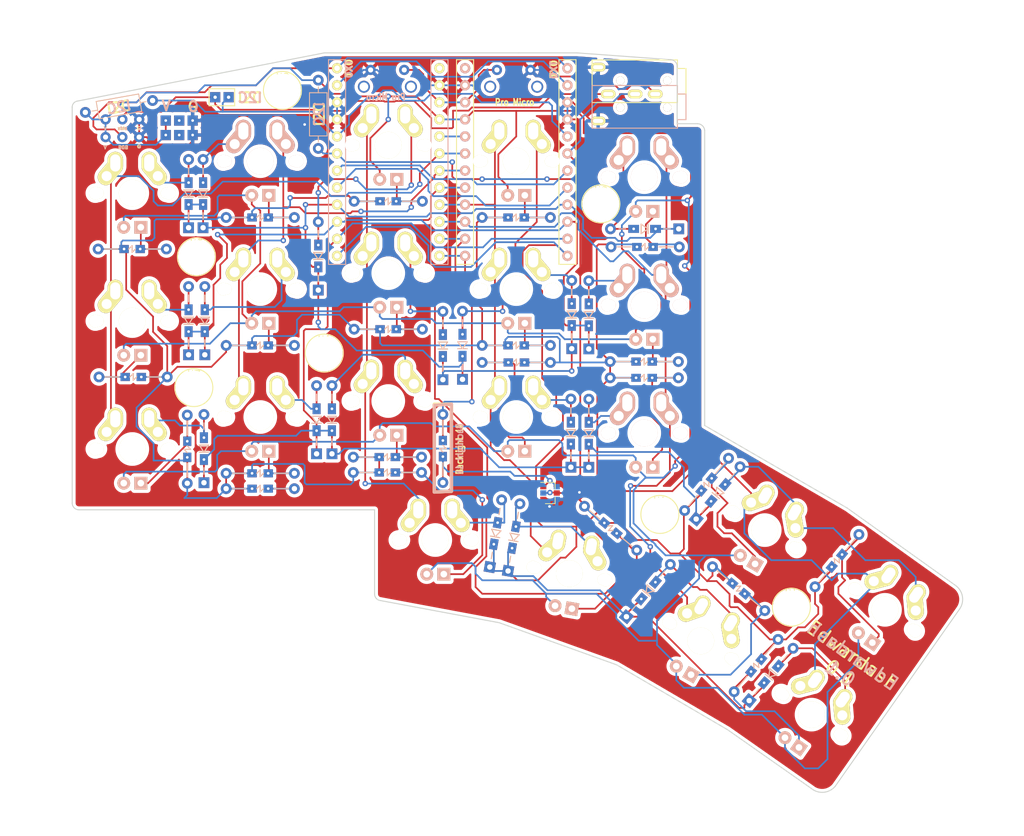
<source format=kicad_pcb>
(kicad_pcb (version 20221018) (generator pcbnew)
  (title_block (title "Edwardash") (date "2023-08-05") (rev "0.1") (company "Edwardash (original by Omkbd)"))
  (layers (0 "F.Cu" signal) (31 "B.Cu" signal) (34 "B.Paste" user) (35 "F.Paste" user) (36 "B.SilkS" user "B.Silkscreen") (37 "F.SilkS" user "F.Silkscreen") (38 "B.Mask" user) (39 "F.Mask" user) (44 "Edge.Cuts" user))
  (net 0 "")
  (net 1 "/row0")
  (net 2 "/row1")
  (net 3 "/row2")
  (net 4 "/row3")
  (net 5 "Net-(D6-Pad2)")
  (net 6 "Net-(D7-Pad2)")
  (net 7 "Net-(D8-Pad2)")
  (net 8 "Net-(D10-Pad2)")
  (net 9 "Net-(D11-Pad2)")
  (net 10 "Net-(D12-Pad2)")
  (net 11 "Net-(D14-Pad2)")
  (net 12 "Net-(D15-Pad2)")
  (net 13 "Net-(D16-Pad2)")
  (net 14 "Net-(D18-Pad2)")
  (net 15 "Net-(D19-Pad2)")
  (net 16 "Net-(D20-Pad2)")
  (net 17 "Net-(D22-Pad2)")
  (net 18 "Net-(D23-Pad2)")
  (net 19 "Net-(D24-Pad2)")
  (net 20 "Net-(D28-Pad2)")
  (net 21 "/xtradata")
  (net 22 "GND")
  (net 23 "/sda/uart")
  (net 24 "VCC")
  (net 25 "/scl")
  (net 26 "/col0")
  (net 27 "/col1")
  (net 28 "/col2")
  (net 29 "/col3")
  (net 30 "/col4")
  (net 31 "/col5")
  (net 32 "/col6")
  (net 33 "Net-(U3-Pad24)")
  (net 34 "/rst")
  (net 35 "/row4")
  (net 36 "Net-(D32-Pad2)")
  (net 37 "Net-(D33-Pad2)")
  (net 38 "Net-(D34-Pad2)")
  (net 39 "/RBG")
  (net 40 "/RX")
  (net 41 "Net-(U6-Pad24)")
  (net 42 "Net-(J4-Pad2)")
  (net 43 "Net-(J5-Pad2)")
  (net 44 "Net-(D43-Pad1)")
  (net 45 "Net-(D44-Pad1)")
  (net 46 "Net-(D45-Pad1)")
  (net 47 "Net-(D46-Pad1)")
  (net 48 "Net-(D47-Pad1)")
  (net 49 "Net-(D50-Pad1)")
  (net 50 "Net-(D51-Pad1)")
  (net 51 "Net-(D52-Pad1)")
  (net 52 "Net-(D53-Pad1)")
  (net 53 "Net-(D54-Pad1)")
  (net 54 "Net-(D57-Pad1)")
  (net 55 "Net-(D58-Pad1)")
  (net 56 "Net-(D59-Pad1)")
  (net 57 "Net-(D60-Pad1)")
  (net 58 "Net-(D61-Pad1)")
  (net 59 "Net-(D62-Pad1)")
  (net 60 "Net-(D65-Pad1)")
  (net 61 "Net-(D66-Pad1)")
  (net 62 "Net-(Q1-Pad1)")
  (net 63 "Net-(Q1-Pad3)")
  (net 64 "/Backlight")
  (net 65 "/Audio")
  (net 66 "Net-(D68-Pad2)")
  (net 67 "Net-(D69-Pad1)")
  (net 68 "Net-(D70-Pad1)")
  (net 69 "Net-(D71-Pad1)")
  (net 70 "Net-(D72-Pad1)")
  (footprint "library:R_Axial_DIN0207_L6.3mm_D2.5mm_P10.16mm_Horizontal" (layer "F.Cu") (at 99.06 64.992002 10)
    (fp_text reference "R1" hide)
    (fp_text value "R")
  )
  (footprint "library:R_Axial_DIN0207_L6.3mm_D2.5mm_P10.16mm_Horizontal" (layer "F.Cu") (at 133.731 60.198 -90)
    (fp_text reference "R2" hide)
    (fp_text value "R")
  )
  (footprint "library:tact_switch2" (layer "F.Cu") (at 162.814 58.674)
    (fp_text reference "SW29" hide)
    (fp_text value "SW_Push")
  )
  (footprint "library:hole" (layer "F.Cu") (at 134.62 100.838)
    (fp_text reference "U1")
    (fp_text value "HOLE")
  )
  (footprint "library:hole" (layer "F.Cu") (at 184.567441 124.867673)
    (fp_text reference "U4")
    (fp_text value "HOLE")
  )
  (footprint "library:hole" (layer "F.Cu") (at 115.59834 86.506566)
    (fp_text reference "U5")
    (fp_text value "HOLE")
  )
  (footprint "library:hole" (layer "F.Cu") (at 115.207141 105.976229)
    (fp_text reference "U7")
    (fp_text value "HOLE")
  )
  (footprint "library:jumper_smd_2dub" (layer "F.Cu") (at 119.38 62.738)
    (fp_text reference "W1" hide)
    (fp_text value "jumper_smd")
  )
  (footprint "library:conn3" (layer "F.Cu") (at 104.570829 68.676946)
    (fp_text reference "J2" hide)
    (fp_text value "Conn_01x03")
  )
  (footprint "library:Resistors_SMD_THT" (layer "F.Cu") (at 111.125 85.344 180)
    (fp_text reference "R11" hide)
    (fp_text value "R")
  )
  (footprint "library:Resistors_SMD_THT" (layer "F.Cu") (at 130.175 80.645 180)
    (fp_text reference "R12" hide)
    (fp_text value "R")
  )
  (footprint "library:Resistors_SMD_THT" (layer "F.Cu") (at 149.225 78.232 180)
    (fp_text reference "R15" hide)
    (fp_text value "R")
  )
  (footprint "library:Resistors_SMD_THT" (layer "F.Cu") (at 168.275 80.645 180)
    (fp_text reference "R16" hide)
    (fp_text value "R")
  )
  (footprint "library:Resistors_SMD_THT" (layer "F.Cu") (at 187.458217 85.027192 180)
    (fp_text reference "R17" hide)
    (fp_text value "R")
  )
  (footprint "library:Resistors_SMD_THT" (layer "F.Cu") (at 101.092 104.394)
    (fp_text reference "R20" hide)
    (fp_text value "R")
  )
  (footprint "library:Resistors_SMD_THT" (layer "F.Cu") (at 130.175 99.695 180)
    (fp_text reference "R21" hide)
    (fp_text value "R")
  )
  (footprint "library:Resistors_SMD_THT" (layer "F.Cu") (at 149.225 97.282 180)
    (fp_text reference "R22" hide)
    (fp_text value "R")
  )
  (footprint "library:Resistors_SMD_THT" (layer "F.Cu") (at 168.275 99.695 180)
    (fp_text reference "R23" hide)
    (fp_text value "R")
  )
  (footprint "library:Resistors_SMD_THT" (layer "F.Cu") (at 187.325 102.108 180)
    (fp_text reference "R24" hide)
    (fp_text value "R")
  )
  (footprint "library:Resistors_SMD_THT" (layer "F.Cu") (at 114.230584 110.068374 -90)
    (fp_text reference "R27" hide)
    (fp_text value "R")
  )
  (footprint "library:Resistors_SMD_THT" (layer "F.Cu") (at 130.175 118.745 180)
    (fp_text reference "R28" hide)
    (fp_text value "R")
  )
  (footprint "library:Resistors_SMD_THT" (layer "F.Cu") (at 187.325 104.521 180)
    (fp_text reference "R31" hide)
    (fp_text value "R")
  )
  (footprint "library:Resistors_SMD_THT" (layer "F.Cu") (at 181.127573 130.186872 140)
    (fp_text reference "R32" hide)
    (fp_text value "R")
  )
  (footprint "library:Resistors_SMD_THT" (layer "F.Cu") (at 130.175 121.031 180)
    (fp_text reference "R35" hide)
    (fp_text value "R")
  )
  (footprint "library:Resistors_SMD_THT" (layer "F.Cu") (at 149.098 118.618 180)
    (fp_text reference "R36" hide)
    (fp_text value "R")
  )
  (footprint "library:hole" (layer "F.Cu") (at 128.397 61.722)
    (fp_text reference "U9")
    (fp_text value "HOLE")
  )
  (footprint "library:CHERRY_MX_LED2" (layer "F.Cu") (at 106.045 77.0255)
    (fp_text reference "D43")
    (fp_text value "LED" hide)
  )
  (footprint "library:CHERRY_MX_LED2" (layer "F.Cu") (at 125.095 72.263)
    (fp_text reference "D44")
    (fp_text value "LED" hide)
  )
  (footprint "library:CHERRY_MX_LED2" (layer "F.Cu") (at 144.145 69.88175)
    (fp_text reference "D45")
    (fp_text value "LED" hide)
  )
  (footprint "library:CHERRY_MX_LED2" (layer "F.Cu") (at 163.195 72.263)
    (fp_text reference "D46")
    (fp_text value "LED" hide)
  )
  (footprint "library:CHERRY_MX_LED2" (layer "F.Cu") (at 182.245 74.64425)
    (fp_text reference "D47")
    (fp_text value "LED" hide)
  )
  (footprint "library:CHERRY_MX_LED2" (layer "F.Cu") (at 106.045 96.0755)
    (fp_text reference "D50")
    (fp_text value "LED" hide)
  )
  (footprint "library:CHERRY_MX_LED2" (layer "F.Cu") (at 125.095 91.313)
    (fp_text reference "D51")
    (fp_text value "LED" hide)
  )
  (footprint "library:CHERRY_MX_LED2" (layer "F.Cu") (at 144.145 88.93175)
    (fp_text reference "D52")
    (fp_text value "LED" hide)
  )
  (footprint "library:CHERRY_MX_LED2" (layer "F.Cu") (at 163.195 91.313)
    (fp_text reference "D53")
    (fp_text value "LED" hide)
  )
  (footprint "library:CHERRY_MX_LED2" (layer "F.Cu") (at 182.245 93.69425)
    (fp_text reference "D54")
    (fp_text value "LED" hide)
  )
  (footprint "library:CHERRY_MX_LED2" (layer "F.Cu") (at 106.045 115.1255)
    (fp_text reference "D57")
    (fp_text value "LED" hide)
  )
  (footprint "library:CHERRY_MX_LED2" (layer "F.Cu") (at 125.095 110.363)
    (fp_text reference "D58")
    (fp_text value "LED" hide)
  )
  (footprint "library:CHERRY_MX_LED2" (layer "F.Cu") (at 144.145 107.98175)
    (fp_text reference "D59")
    (fp_text value "LED" hide)
  )
  (footprint "library:CHERRY_MX_LED2" (layer "F.Cu") (at 163.195 110.363)
    (fp_text reference "D60")
    (fp_text value "LED" hide)
  )
  (footprint "library:CHERRY_MX_LED2" (layer "F.Cu") (at 182.245 112.74425)
    (fp_text reference "D61")
    (fp_text value "LED" hide)
  )
  (footprint "library:CHERRY_MX_LED2" (layer "F.Cu") (at 171.101607 133.68 -10)
    (fp_text reference "D62")
    (fp_text value "LED" hide)
  )
  (footprint "library:ProMicro_rev" (layer "F.Cu") (at 144.145 72.39)
    (fp_text reference "U3" hide)
    (fp_text value "ProMicro" hide)
  )
  (footprint "library:CHERRY_MX_LED2" (layer "F.Cu") (at 151.14 128.68)
    (fp_text reference "D67")
    (fp_text value "LED" hide)
  )
  (footprint "library:Diode_SMD_THT3" (layer "F.Cu") (at 197.861783 152.586827 50)
    (fp_text reference "D68" hide)
    (fp_text value "D")
  )
  (footprint "library:SOT-23_2" (layer "F.Cu") (at 168.222 121.68)
    (fp_text reference "Q1")
    (fp_text value "IRLML6344TRPbF")
  )
  (footprint "library:MX_ALPS" (layer "F.Cu") (at 106.045 77.0255)
    (fp_text reference "SW6" hide)
    (fp_text value "SW_PUSH" hide)
  )
  (footprint "library:MX_ALPS" (layer "F.Cu") (at 106.045 96.0755)
    (fp_text reference "SW7" hide)
    (fp_text value "SW_PUSH" hide)
  )
  (footprint "library:MX_ALPS" (layer "F.Cu") (at 106.045 115.1255)
    (fp_text reference "SW8" hide)
    (fp_text value "SW_PUSH" hide)
  )
  (footprint "library:MX_ALPS" (layer "F.Cu") (at 125.095 91.313)
    (fp_text reference "SW11" hide)
    (fp_text value "SW_PUSH" hide)
  )
  (footprint "library:MX_ALPS" (layer "F.Cu") (at 125.095 110.363)
    (fp_text reference "SW12" hide)
    (fp_text value "SW_PUSH" hide)
  )
  (footprint "library:MX_ALPS" (layer "F.Cu") (at 144.145 69.88175)
    (fp_text reference "SW14" hide)
    (fp_text value "SW_PUSH" hide)
  )
  (footprint "library:MX_ALPS" (layer "F.Cu") (at 144.145 88.93175)
    (fp_text reference "SW15" hide)
    (fp_text value "SW_PUSH" hide)
  )
  (footprint "library:MX_ALPS" (layer "F.Cu") (at 144.145 107.98175)
    (fp_text reference "SW16" hide)
    (fp_text value "SW_PUSH" hide)
  )
  (footprint "library:MX_ALPS" (layer "F.Cu") (at 163.195 72.263)
    (fp_text reference "SW18" hide)
    (fp_text value "SW_PUSH" hide)
  )
  (footprint "library:MX_ALPS" (layer "F.Cu") (at 163.195 91.313)
    (fp_text reference "SW19" hide)
    (fp_text value "SW_PUSH" hide)
  )
  (footprint "library:MX_ALPS" (layer "F.Cu") (at 163.195 110.363)
    (fp_text reference "SW20" hide)
    (fp_text value "SW_PUSH" hide)
  )
  (footprint "library:MX_ALPS" (layer "F.Cu") (at 200.174409 127.2023 -30)
    (fp_text reference "SW28" hide)
    (fp_text value "SW_PUSH" hide)
  )
  (footprint "library:MX_ALPS" (layer "F.Cu") (at 171.101607 133.68 -10)
    (fp_text reference "SW34" hide)
    (fp_text value "SW_PUSH" hide)
  )
  (footprint "library:MX_ALPS" (layer "F.Cu") (at 190.649409 143.7003 -30)
    (fp_text reference "SW35" hide)
    (fp_text value "SW_PUSH" hide)
  )
  (footprint "library:MX_ALPS" (layer "F.Cu") (at 151.14 128.68)
    (fp_text reference "SW38" hide)
    (fp_text value "SW_PUSH" hide)
  )
  (footprint "library:MX_ALPS" (layer "F.Cu") (at 218.06665 139.074938 -35)
    (fp_text reference "SW39" hide)
    (fp_text value "SW_PUSH" hide)
  )
  (footprint "library:MX_ALPS" (layer "F.Cu") (at 207.14 154.68 -35)
    (fp_text reference "SW41" hide)
    (fp_text value "SW_PUSH" hide)
  )
  (footprint "library:CHERRY_MX_LED2" (layer "F.Cu") (at 200.174409 127.2023 -30)
    (fp_text reference "D69")
    (fp_text value "LED" hide)
  )
  (footprint "library:CHERRY_MX_LED2" (layer "F.Cu") (at 218.06665 139.074938 -35)
    (fp_text reference "D70")
    (fp_text value "LED" hide)
  )
  (footprint "library:CHERRY_MX_LED2" (layer "F.Cu") (at 190.649409 143.7003 -30)
    (fp_text reference "D71")
    (fp_text value "LED" hide)
  )
  (footprint "library:CHERRY_MX_LED2" (layer "F.Cu") (at 207.14 154.68 -35)
    (fp_text reference "D72")
    (fp_text value "LED" hide)
  )
  (footprint "library:Resistors_SMD_THT" (layer "F.Cu") (at 194.785041 116.504139 -130)
    (fp_text reference "R14" hide)
    (fp_text value "R")
  )
  (footprint "library:Resistors_SMD_THT" (layer "F.Cu") (at 214.189562 127.85392 -130)
    (fp_text reference "R37" hide)
    (fp_text value "R")
  )
  (footprint "library:Resistors_SMD_THT" (layer "F.Cu") (at 200.183601 139.186872 140)
    (fp_text reference "R38" hide)
    (fp_text value "R")
  )
  (footprint "library:Resistors_SMD_THT" (layer "F.Cu") (at 195.627586 151.26287 50)
    (fp_text reference "R39" hide)
    (fp_text value "R")
  )
  (footprint "library:Diode_SMD_THT3" (layer "F.Cu") (at 114.427 82.169 90)
    (fp_text reference "D6" hide)
    (fp_text value "D")
  )
  (footprint "library:Diode_SMD_THT3" (layer "F.Cu") (at 114.427 101.092 90)
    (fp_text reference "D7" hide)
    (fp_text value "D")
  )
  (footprint "library:Diode_SMD_THT3" (layer "F.Cu") (at 116.713 120.142 90)
    (fp_text reference "D8" hide)
    (fp_text value "D")
  )
  (footprint "library:Diode_SMD_THT3" (layer "F.Cu") (at 116.586 82.169 90)
    (fp_text reference "D10" hide)
    (fp_text value "D")
  )
  (footprint "library:Diode_SMD_THT3" (layer "F.Cu") (at 155.194 104.754 90)
    (fp_text reference "D18" hide)
    (fp_text value "D")
  )
  (footprint "library:Diode_SMD_THT3" (layer "F.Cu") (at 171.45 100.182 90)
    (fp_text reference "D19" hide)
    (fp_text value "D")
  )
  (footprint "library:Diode_SMD_THT3" (layer "F.Cu") (at 171.323 117.835 90)
    (fp_text reference "D20" hide)
    (fp_text value "D")
  )
  (footprint "library:Diode_SMD_THT3" (layer "F.Cu") (at 187.378155 82.343258 180)
    (fp_text reference "D22" hide)
    (fp_text value "D")
  )
  (footprint "library:Diode_SMD_THT3" (layer "F.Cu") (at 173.99 117.856 90)
    (fp_text reference "D24" hide)
    (fp_text value "D")
  )
  (footprint "library:Diode_SMD_THT3" (layer "F.Cu") (at 189.970286 125.551864 50)
    (fp_text reference "D28" hide)
    (fp_text value "D")
  )
  (footprint "library:Diode_SMD_THT3" (layer "F.Cu") (at 159.254395 132.70252 80)
    (fp_text reference "D32" hide)
    (fp_text value "D")
  )
  (footprint "library:Diode_SMD_THT3" (layer "F.Cu") (at 161.974821 133.28806 80)
    (fp_text reference "D33" hide)
    (fp_text value "D")
  )
  (footprint "library:Diode_SMD_THT3" (layer "F.Cu") (at 179.59 140.09673 50)
    (fp_text reference "D34" hide)
    (fp_text value "D")
  )
  (footprint "library:Resistors_SMD_THT" (layer "F.Cu") (at 158.115 102.235)
    (fp_text reference "R30" hide)
    (fp_text value "R")
  )
  (footprint "library:Resistors_SMD_THT" (layer "F.Cu") (at 152.273 109.961 -90)
    (fp_text reference "R13" hide)
    (fp_text value "1k")
  )
  (footprint "library:jumper2" (layer "F.Cu") (at 113.03 68.199)
    (fp_text reference "J4")
    (fp_text value "GS3")
  )
  (footprint "library:jumper2" (layer "F.Cu") (at 113.03 70.358)
    (fp_text reference "J5")
    (fp_text value "GS3")
  )
  (footprint "library:Diode_SMD_THT3" (layer "F.Cu") (at 152.273 104.796 90)
    (fp_text reference "D15" hide)
    (fp_text value "D")
  )
  (footprint "library:Diode_SMD_THT3" (layer "F.Cu") (at 135.763 115.845 90)
    (fp_text reference "D16" hide)
    (fp_text value "D")
  )
  (footprint "library:Diode_SMD_THT3" (layer "F.Cu") (at 173.99 100.224 90)
    (fp_text reference "D23" hide)
    (fp_text value "D")
  )
  (footprint "library:trrs_jack" (layer "F.Cu") (at 187.182981 62.266219 180)
    (fp_text reference "J1" hide)
    (fp_text value "5PIN")
  )
  (footprint "library:Diode_SMD_THT3" (layer "F.Cu") (at 133.477 115.845 90)
    (fp_text reference "D12" hide)
    (fp_text value "D")
  )
  (footprint "library:Diode_SMD_THT3" (layer "F.Cu") (at 133.731 91.461 90)
    (fp_text reference "D14" hide)
    (fp_text value "D")
  )
  (footprint "library:Diode_SMD_THT3" (layer "F.Cu") (at 116.84 101.092 90)
    (fp_text reference "D11" hide)
    (fp_text value "D")
  )
  (footprint "library:Resistors_SMD_THT" (layer "F.Cu") (at 149.098 116.332 180)
    (fp_text reference "R29" hide)
    (fp_text value "R")
  )
  (footprint "" (layer "F.Cu") (at 107.076249 66.04)
    (fp_text reference "")
    (fp_text value "")
  )
  (footprint "" (layer "F.Cu") (at 102.076249 66.04)
    (fp_text reference "")
    (fp_text value "")
  )
  (footprint "library:hole" (layer "F.Cu") (at 175.778893 78.619815)
    (fp_text reference "U9")
    (fp_text value "HOLE")
  )
  (footprint "library:hole" (layer "F.Cu") (at 204.14 138.68)
    (fp_text reference "U4")
    (fp_text value "HOLE")
  )
  (footprint "" (layer "F.Cu") (at 104.570829 66.04)
    (fp_text reference "")
    (fp_text value "")
  )
  (footprint "library:tact_switch2" (layer "B.Cu") (at 144.018 58.674 180)
    (fp_text reference "SW37" hide)
    (fp_text value "SW_Push")
  )
  (footprint "library:ProMicro_rev" (layer "B.Cu") (at 163.195 72.39 180)
    (fp_text reference "U6" hide)
    (fp_text value "ProMicro" hide)
  )
  (footprint "library:MX_ALPS" (layer "B.Cu") (at 125.095 72.263 180)
    (fp_text reference "SW10" hide)
    (fp_text value "SW_PUSH" hide)
  )
  (footprint "library:MX_ALPS" (layer "B.Cu") (at 182.245 74.64425 180)
    (fp_text reference "SW22" hide)
    (fp_text value "SW_PUSH" hide)
  )
  (footprint "library:MX_ALPS" (layer "B.Cu") (at 182.245 93.69425 180)
    (fp_text reference "SW23" hide)
    (fp_text value "SW_PUSH" hide)
  )
  (footprint "library:MX_ALPS" (layer "B.Cu") (at 182.245 112.74425 180)
    (fp_text reference "SW24" hide)
    (fp_text value "SW_PUSH" hide)
  )
  (gr_line (start 151.003 108.585) (end 153.543 108.458) (stroke (width 0.5)) (layer "B.SilkS"))
  (gr_line (start 151.003 121.539) (end 153.543 121.412) (stroke (width 0.5)) (layer "B.SilkS"))
  (gr_line (start 153.543 121.412) (end 153.543 108.458) (stroke (width 0.5)) (layer "B.SilkS"))
  (gr_line (start 151.003 108.585) (end 151.003 121.539) (stroke (width 0.5)) (layer "B.SilkS"))
  (gr_line (start 151.003 121.412) (end 151.003 108.458) (stroke (width 0.5)) (layer "F.SilkS"))
  (gr_line (start 151.003 108.458) (end 153.543 108.458) (stroke (width 0.5)) (layer "F.SilkS"))
  (gr_line (start 151.003 121.539) (end 153.543 121.412) (stroke (width 0.5)) (layer "F.SilkS"))
  (gr_line (start 153.543 108.458) (end 153.543 121.412) (stroke (width 0.5)) (layer "F.SilkS"))
  (gr_line (start 172.212 56.134) (end 186.138758 57.147312) (stroke (width 0.15)) (layer "Edge.Cuts"))
  (gr_arc (start 97.107497 64.236996) (mid 97.286675 63.669732) (end 97.778275 63.334734) (stroke (width 0.15)) (layer "Edge.Cuts"))
  (gr_line (start 160.648562 140.991451) (end 178.134662 147.266368) (stroke (width 0.15)) (layer "Edge.Cuts"))
  (gr_line (start 142.107497 124.181114) (end 142.107497 136.717641) (stroke (width 0.15)) (layer "Edge.Cuts"))
  (gr_line (start 134.62 56.134) (end 163.576 56.134) (stroke (width 0.15)) (layer "Edge.Cuts"))
  (gr_line (start 187.138758 58.147312) (end 187.14 66.68) (stroke (width 0.15)) (layer "Edge.Cuts"))
  (gr_arc (start 228.548016 135.428886) (mid 229.592545 137.068467) (end 229.171779 138.966419) (stroke (width 0.15)) (layer "Edge.Cuts"))
  (gr_line (start 134.62 56.134) (end 97.778275 63.334734) (stroke (width 0.15)) (layer "Edge.Cuts"))
  (gr_line (start 228.548016 135.428886) (end 212.431811 123.905087) (stroke (width 0.15)) (layer "Edge.Cuts"))
  (gr_line (start 191.23543 111.62) (end 191.23543 67.67104) (stroke (width 0.15)) (layer "Edge.Cuts"))
  (gr_line (start 142.995151 137.695884) (end 160.648562 140.991451) (stroke (width 0.15)) (layer "Edge.Cuts"))
  (gr_line (start 187.14 66.68) (end 190.14 66.68) (stroke (width 0.15)) (layer "Edge.Cuts"))
  (gr_line (start 207.087102 165.660495) (end 194.63179 156.922229) (stroke (width 0.15)) (layer "Edge.Cuts"))
  (gr_arc (start 142.995151 137.695884) (mid 142.362599 137.378011) (end 142.107497 136.717641) (stroke (width 0.15)) (layer "Edge.Cuts"))
  (gr_line (start 212.431811 123.905087) (end 191.23543 111.62) (stroke (width 0.15)) (layer "Edge.Cuts"))
  (gr_line (start 194.63179 156.922229) (end 178.134662 147.266368) (stroke (width 0.15)) (layer "Edge.Cuts"))
  (gr_line (start 97.107497 64.236996) (end 97.107497 123.181114) (stroke (width 0.15)) (layer "Edge.Cuts"))
  (gr_line (start 210.665539 165.347422) (end 229.171779 138.966419) (stroke (width 0.15)) (layer "Edge.Cuts"))
  (gr_arc (start 210.665539 165.347422) (mid 208.94116 166.245077) (end 207.087102 165.660495) (stroke (width 0.15)) (layer "Edge.Cuts"))
  (gr_arc (start 98.107497 124.181114) (mid 97.40039 123.888221) (end 97.107497 123.181114) (stroke (width 0.15)) (layer "Edge.Cuts"))
  (gr_line (start 98.107497 124.181114) (end 142.107497 124.181114) (stroke (width 0.15)) (layer "Edge.Cuts"))
  (gr_line (start 163.576 56.134) (end 172.212 56.134) (stroke (width 0.15)) (layer "Edge.Cuts"))
  (gr_arc (start 190.14 66.68) (mid 190.878601 66.964527) (end 191.23543 67.67104) (stroke (width 0.15)) (layer "Edge.Cuts"))
  (gr_arc (start 186.138758 57.147312) (mid 186.84588 57.440202) (end 187.138758 58.147312) (stroke (width 0.15)) (layer "Edge.Cuts"))
  (gr_text "I2C" (at 123.554697 62.804932) (layer "B.SilkS") (effects (font (size 1.5 1.5) (thickness 0.3)) (justify mirror)))
  (gr_text "I2C" (at 133.890184 65.257917 90) (layer "B.SilkS") (effects (font (size 1.5 1.5) (thickness 0.3)) (justify mirror)))
  (gr_text "I2C" (at 104.042748 64.229716 10) (layer "B.SilkS") (effects (font (size 1.5 1.5) (thickness 0.3)) (justify mirror)))
  (gr_text "G" (at 115.179751 64.136429) (layer "B.SilkS") (effects (font (size 1.5 1.5) (thickness 0.3)) (justify mirror)))
  (gr_text "Backlight 1k" (at 154.756056 115.123198 90) (layer "B.SilkS") (effects (font (size 1 0.8) (thickness 0.2)) (justify mirror)))
  (gr_text "V" (at 102.025715 67.408681) (layer "B.SilkS") (effects (font (size 0.5 0.5) (thickness 0.125))))
  (gr_text "Pro Micro" (at 143.779096 62.718242) (layer "B.SilkS") (effects (font (size 1 0.8) (thickness 0.2)) (justify mirror)))
  (gr_text "Edwardash\n0.1" (at 212.321665 147.192826 -35) (layer "B.SilkS") (effects (font (size 2 2) (thickness 0.3)) (justify mirror)))
  (gr_text "TX0" (at 168.783 58.674 90) (layer "B.SilkS") (effects (font (size 1 1) (thickness 0.25)) (justify mirror)))
  (gr_text "TX0" (at 138.303 58.547 90) (layer "B.SilkS") (effects (font (size 1 1) (thickness 0.25)) (justify mirror)))
  (gr_text "G" (at 107.132412 67.371496) (layer "B.SilkS") (effects (font (size 0.5 0.5) (thickness 0.125)) (justify mirror)))
  (gr_text "RGB" (at 104.690618 70.222322) (layer "B.SilkS") (effects (font (size 0.5 0.5) (thickness 0.125)) (justify mirror)))
  (gr_text "xtra" (at 104.591459 67.359101) (layer "B.SilkS") (effects (font (size 0.5 0.5) (thickness 0.125))))
  (gr_text "V" (at 102.01332 70.222322) (layer "B.SilkS") (effects (font (size 0.5 0.5) (thickness 0.125))))
  (gr_text "G" (at 107.132412 70.085979) (layer "B.SilkS") (effects (font (size 0.5 0.5) (thickness 0.125)) (justify mirror)))
  (gr_text "V" (at 111.096238 64.016626) (layer "B.SilkS") (effects (font (size 1.5 1.5) (thickness 0.3)) (justify mirror)))
  (gr_text "Backlight 1k" (at 154.756056 115.123198 90) (layer "F.SilkS") (effects (font (size 1 0.8) (thickness 0.2))))
  (gr_text "I2C" (at 133.890184 65.257917 90) (layer "F.SilkS") (effects (font (size 1.5 1.5) (thickness 0.3))))
  (gr_text "I2C" (at 104.042748 64.229716 10) (layer "F.SilkS") (effects (font (size 1.5 1.5) (thickness 0.3))))
  (gr_text "RGB" (at 104.690618 70.222322) (layer "F.SilkS") (effects (font (size 0.5 0.5) (thickness 0.125))))
  (gr_text "xtra" (at 104.591459 67.359101) (layer "F.SilkS") (effects (font (size 0.5 0.5) (thickness 0.125)) (justify mirror)))
  (gr_text "V" (at 111.093487 64.008681) (layer "F.SilkS") (effects (font (size 1.5 1.5) (thickness 0.3))))
  (gr_text "V" (at 102.025715 67.408681) (layer "F.SilkS") (effects (font (size 0.5 0.5) (thickness 0.125)) (justify mirror)))
  (gr_text "Edwardash\n0.1" (at 212.321665 147.192826 -35) (layer "F.SilkS") (effects (font (size 2 2) (thickness 0.3))))
  (gr_text "V" (at 102.01332 70.222322) (layer "F.SilkS") (effects (font (size 0.5 0.5) (thickness 0.125)) (justify mirror)))
  (gr_text "G" (at 115.052751 64.136429) (layer "F.SilkS") (effects (font (size 1.5 1.5) (thickness 0.3))))
  (gr_text "TX0" (at 138.303 58.42 90) (layer "F.SilkS") (effects (font (size 1 1) (thickness 0.25))))
  (gr_text "G" (at 107.005412 70.085979) (layer "F.SilkS") (effects (font (size 0.5 0.5) (thickness 0.125))))
  (gr_text "Pro Micro" (at 162.948324 63.5) (layer "F.SilkS") (effects (font (size 1 0.8) (thickness 0.2))))
  (gr_text "G" (at 107.005412 67.371496) (layer "F.SilkS") (effects (font (size 0.5 0.5) (thickness 0.125))))
  (gr_text "TX0" (at 168.783 58.547 90) (layer "F.SilkS") (effects (font (size 1 1) (thickness 0.25))))
  (gr_text "I2C" (at 123.554697 62.804932) (layer "F.SilkS") (effects (font (size 1.5 1.5) (thickness 0.3))))
  (segment (start 168.763999 75.711001) (end 170.815 73.66) (width 0.254) (layer "B.Cu") (net 1))
  (segment (start 148.844001 72.898001) (end 137.286999 72.898001) (width 0.254) (layer "B.Cu") (net 1))
  (segment (start 156.591 74.93) (end 157.372001 75.711001) (width 0.254) (layer "B.Cu") (net 1))
  (segment (start 137.286999 72.898001) (end 136.525 73.66) (width 0.254) (layer "B.Cu") (net 1))
  (segment (start 150.876 74.93) (end 156.591 74.93) (width 0.254) (layer "B.Cu") (net 1))
  (segment (start 157.372001 75.711001) (end 168.763999 75.711001) (width 0.254) (layer "B.Cu") (net 1))
  (segment (start 150.876 74.93) (end 148.844001 72.898001) (width 0.254) (layer "B.Cu") (net 1))
  (segment (start 133.731 88.011) (end 133.731 91.461) (width 0.254) (layer "F.Cu") (net 2))
  (segment (start 131.826 82.169) (end 131.826 86.96) (width 0.254) (layer "F.Cu") (net 2))
  (segment (start 114.427 82.169) (end 114.427 78.719) (width 0.254) (layer "F.Cu") (net 2))
  (segment (start 133.731 96.247) (end 133.731 91.461) (width 0.254) (layer "F.Cu") (net 2))
  (segment (start 155.194 104.754) (end 155.194 101.304) (width 0.254) (layer "F.Cu") (net 2))
  (segment (start 131.826 86.96) (end 132.877 88.011) (width 0.254) (layer "F.Cu") (net 2))
  (segment (start 116.586 82.169) (end 116.586 78.719) (width 0.254) (layer "F.Cu") (net 2))
  (segment (start 131.826 78.74) (end 136.525 78.74) (width 0.254) (layer "F.Cu") (net 2))
  (segment (start 132.877 88.011) (end 133.731 88.011) (width 0.254) (layer "F.Cu") (net 2))
  (via (at 133.731 96.247) (size 0.8) (drill 0.4) (layers "F.Cu" "B.Cu") (net 2))
  (via (at 131.826 78.74) (size 0.8) (drill 0.4) (layers "F.Cu" "B.Cu") (net 2))
  (via (at 131.826 82.169) (size 0.8) (drill 0.4) (layers "F.Cu" "B.Cu") (net 2))
  (segment (start 169.10237 79.375) (end 169.73737 78.74) (width 0.254) (layer "B.Cu") (net 2))
  (segment (start 171.2 78.74) (end 173.14 80.68) (width 0.254) (layer "B.Cu") (net 2))
  (segment (start 136.525 78.74) (end 138.30298 80.51798) (width 0.254) (layer "B.Cu") (net 2))
  (segment (start 178.3558 84.133994) (end 179.686006 84.133994) (width 0.254) (layer "B.Cu") (net 2))
  (segment (start 116.586 82.169) (end 131.826 82.169) (width 0.254) (layer "B.Cu") (net 2))
  (segment (start 177.901806 83.68) (end 178.3558 84.133994) (width 0.254) (layer "B.Cu") (net 2))
  (segment (start 155.194 102.358) (end 155.194 101.304) (width 0.254) (layer "B.Cu") (net 2))
  (segment (start 138.30298 80.51798) (end 149.86002 80.51798) (width 0.254) (layer "B.Cu") (net 2))
  (segment (start 170.815 78.74) (end 171.2 78.74) (width 0.254) (layer "B.Cu") (net 2))
  (segment (start 150.368 80.01) (end 156.591 80.01) (width 0.254) (layer "B.Cu") (net 2))
  (segment (start 133.731 96.247) (end 133.731 96.901) (width 0.254) (layer "B.Cu") (net 2))
  (segment (start 173.14 82.40916) (end 174.41084 83.68) (width 0.254) (layer "B.Cu") (net 2))
  (segment (start 114.427 78.719) (end 116.586 78.719) (width 0.254) (layer "B.Cu") (net 2))
  (segment (start 183.928155 82.891845) (end 183.928155 82.343258) (width 0.254) (layer "B.Cu") (net 2))
  (segment (start 139.446 100.457) (end 149.298198 100.457) (width 0.254) (layer "B.Cu") (net 2))
  (segment (start 157.226 79.375) (end 169.10237 79.375) (width 0.254) (layer "B.Cu") (net 2))
  (segment (start 151.711198 102.87) (end 154.682 102.87) (width 0.254) (layer "B.Cu") (net 2))
  (segment (start 169.73737 78.74) (end 170.815 78.74) (width 0.254) (layer "B.Cu") (net 2))
  (segment (start 136.271 97.282) (end 139.446 100.457) (width 0.254) (layer "B.Cu") (net 2))
  (segment (start 179.686006 84.133994) (end 180.14 83.68) (width 0.254) (layer "B.Cu") (net 2))
  (segment (start 149.86002 80.51798) (end 150.368 80.01) (width 0.254) (layer "B.Cu") (net 2))
  (segment (start 134.112 97.282) (end 136.271 97.282) (width 0.254) (layer "B.Cu") (net 2))
  (segment (start 183.14 83.68) (end 183.928155 82.891845) (width 0.254) (layer "B.Cu") (net 2))
  (segment (start 173.14 80.68) (end 173.14 82.40916) (width 0.254) (layer "B.Cu") (net 2))
  (segment (start 180.14 83.68) (end 183.14 83.68) (width 0.254) (layer "B.Cu") (net 2))
  (segment (start 174.41084 83.68) (end 177.901806 83.68) (width 0.254) (layer "B.Cu") (net 2))
  (segment (start 187.378155 82.343258) (end 183.928155 82.343258) (width 0.254) (layer "B.Cu") (net 2))
  (segment (start 133.731 96.901) (end 134.112 97.282) (width 0.254) (layer "B.Cu") (net 2))
  (segment (start 154.682 102.87) (end 155.194 102.358) (width 0.254) (layer "B.Cu") (net 2))
  (segment (start 131.826 78.74) (end 131.826 82.169) (width 0.254) (layer "B.Cu") (net 2))
  (segment (start 149.298198 100.457) (end 151.711198 102.87) (width 0.254) (layer "B.Cu") (net 2))
  (segment (start 156.591 80.01) (end 157.226 79.375) (width 0.254) (layer "B.Cu") (net 2))
  (segment (start 118.14 96.68) (end 117.178 97.642) (width 0.254) (layer "F.Cu") (net 3))
  (segment (start 120.14 84.58) (end 120.14 86.68) (width 0.254) (layer "F.Cu") (net 3))
  (segment (start 116.84 97.642) (end 116.84 101.092) (width 0.254) (layer "F.Cu") (net 3))
  (segment (start 118.745 83.185) (end 120.14 84.58) (width 0.254) (layer "F.Cu") (net 3))
  (segment (start 170.815 81.28) (end 171.89263 81.28) (width 0.254) (layer "F.Cu") (net 3))
  (segment (start 119.14 89.68) (end 118.14 90.68) (width 0.254) (layer "F.Cu") (net 3))
  (segment (start 171.89263 81.28) (end 172.212 81.59937) (width 0.254) (layer "F.Cu") (net 3))
  (segment (start 171.45 96.732) (end 171.45 100.182) (width 0.254) (layer "F.Cu") (net 3))
  (segment (start 119.14 87.68) (end 119.14 89.68) (width 0.254) (layer "F.Cu") (net 3))
  (segment (start 117.178 97.642) (end 116.84 97.642) (width 0.254) (layer "F.Cu") (net 3))
  (segment (start 171.45 103.505) (end 171.45 100.182) (width 0.254) (layer "F.Cu") (net 3))
  (segment (start 170.678882 89.036118) (end 170.268999 89.446001) (width 0.254) (layer "F.Cu") (net 3))
  (segment (start 118.14 90.68) (end 118.14 96.68) (width 0.254) (layer "F.Cu") (net 3))
  (segment (start 114.427 97.642) (end 114.427 101.092) (width 0.254) (layer "F.Cu") (net 3))
  (segment (start 118.11 96.372) (end 116.84 97.642) (width 0.254) (layer "F.Cu") (net 3))
  (segment (start 172.212 81.59937) (end 172.212 87.512118) (width 0.254) (layer "F.Cu") (net 3))
  (segment (start 172.212 87.512118) (end 170.688 89.036118) (width 0.254) (layer "F.Cu") (net 3))
  (segment (start 152.273 101.346) (end 152.273 104.796) (width 0.254) (layer "F.Cu") (net 3))
  (segment (start 170.268999 89.446001) (end 170.268999 96.404999) (width 0.254) (layer "F.Cu") (net 3))
  (segment (start 173.99 96.774) (end 173.99 100.224) (width 0.254) (layer "F.Cu") (net 3))
  (segment (start 170.688 89.036118) (end 170.678882 89.036118) (width 0.254) (layer "F.Cu") (net 3))
  (segment (start 170.596 96.732) (end 171.45 96.732) (width 0.254) (layer "F.Cu") (net 3))
  (segment (start 170.268999 96.404999) (end 170.596 96.732) (width 0.254) (layer "F.Cu") (net 3))
  (segment (start 120.14 86.68) (end 119.14 87.68) (width 0.254) (layer "F.Cu") (net 3))
  (via (at 171.45 103.505) (size 0.8) (drill 0.4) (layers "F.Cu" "B.Cu") (net 3))
  (via (at 118.745 83.185) (size 0.8) (drill 0.4) (layers "F.Cu" "B.Cu") (net 3))
  (segment (start 170.815 81.28) (end 169.545 82.55) (width 0.254) (layer "B.Cu") (net 3))
  (segment (start 152.273 104.796) (end 152.273 103.742) (width 0.254) (layer "B.Cu") (net 3))
  (segment (start 150.622 82.55) (end 149.09799 81.02599) (width 0.254) (layer "B.Cu") (net 3))
  (segment (start 152.273 103.742) (end 152.51 103.505) (width 0.254) (layer "B.Cu") (net 3))
  (segment (start 118.745 83.185) (end 134.62 83.185) (width 0.254) (layer "B.Cu") (net 3))
  (segment (start 171.45 96.732) (end 173.948 96.732) (width 0.254) (layer "B.Cu") (net 3))
  (segment (start 152.51 103.505) (end 171.45 103.505) (width 0.254) (layer "B.Cu") (net 3))
  (segment (start 149.09799 81.02599) (end 137.85664 81.02599) (width 0.254) (layer "B.Cu") (net 3))
  (segment (start 137.60263 81.28) (end 136.525 81.28) (width 0.254) (layer "B.Cu") (net 3))
  (segment (start 134.62 83.185) (end 136.525 81.28) (width 0.254) (layer "B.Cu") (net 3))
  (segment (start 114.427 97.642) (end 116.84 97.642) (width 0.254) (layer "B.Cu") (net 3))
  (segment (start 169.545 82.55) (end 150.622 82.55) (width 0.254) (layer "B.Cu") (net 3))
  (segment (start 173.948 96.732) (end 173.99 96.774) (width 0.254) (layer "B.Cu") (net 3))
  (segment (start 137.85664 81.02599) (end 137.60263 81.28) (width 0.254) (layer "B.Cu") (net 3))
  (segment (start 135.128 96.901) (end 134.747 97.282) (width 0.254) (layer "F.Cu") (net 4))
  (segment (start 135.763 112.395) (end 135.763 115.845) (width 0.254) (layer "F.Cu") (net 4))
  (segment (start 171.323 114.385) (end 171.323 117.835) (width 0.254) (layer "F.Cu") (net 4))
  (segment (start 192.187903 123.334247) (end 192.187903 122.909011) (width 0.254) (layer "F.Cu") (net 4))
  (segment (start 135.128 85.217) (end 135.128 96.901) (width 0.254) (layer "F.Cu") (net 4))
  (segment (start 133.477 112.395) (end 133.477 115.845) (width 0.254) (layer "F.Cu") (net 4))
  (segment (start 116.713 120.142) (end 116.713 116.692) (width 0.254) (layer "F.Cu") (net 4))
  (segment (start 131.572 109.370118) (end 133.477 111.275118) (width 0.254) (layer "F.Cu") (net 4))
  (segment (start 131.826 97.282) (end 131.572 97.536) (width 0.254) (layer "F.Cu") (net 4))
  (segment (start 173.99 117.856) (end 173.99 114.406) (width 0.254) (layer "F.Cu") (net 4))
  (segment (start 136.525 83.82) (end 135.128 85.217) (width 0.254) (layer "F.Cu") (net 4))
  (segment (start 131.572 97.536) (end 131.572 109.370118) (width 0.254) (layer "F.Cu") (net 4))
  (segment (start 189.970286 125.551864) (end 192.187903 123.334247) (width 0.254) (layer "F.Cu") (net 4))
  (segment (start 134.747 97.282) (end 131.826 97.282) (width 0.254) (layer "F.Cu") (net 4))
  (segment (start 133.477 111.275118) (end 133.477 112.395) (width 0.254) (layer "F.Cu") (net 4))
  (segment (start 118.237 115.168) (end 116.713 116.692) (width 0.254) (layer "B.Cu") (net 4))
  (segment (start 118.745 113.157) (end 118.237 113.665) (width 0.254) (layer "B.Cu") (net 4))
  (segment (start 118.237 113.665) (end 118.237 115.168) (width 0.254) (layer "B.Cu") (net 4))
  (segment (start 136.817 115.845) (end 135.763 115.845) (width 0.254) (layer "B.Cu") (net 4))
  (segment (start 137.6 115.062) (end 157.861 115.062) (width 0.254) (layer "B.Cu") (net 4))
  (segment (start 159.512 83.82) (end 158.242 85.09) (width 0.254) (layer "B.Cu") (net 4))
  (segment (start 170.815 83.82) (end 159.512 83.82) (width 0.254) (layer "B.Cu") (net 4))
  (segment (start 188.14 117.857016) (end 188.14 120.68) (width 0.254) (layer "B.Cu") (net 4))
  (segment (start 133.477 112.395) (end 135.763 112.395) (width 0.254) (layer "B.Cu") (net 4))
  (segment (start 188.14 120.68) (end 189.970286 122.510286) (width 0.254) (layer "B.Cu") (net 4))
  (segment (start 147.574 81.534) (end 138.811 81.534) (width 0.254) (layer "B.Cu") (net 4))
  (segment (start 158.242 85.09) (end 151.13 85.09) (width 0.254) (layer "B.Cu") (net 4))
  (segment (start 173.99 114.406) (end 175.154 115.57) (width 0.254) (layer "B.Cu") (net 4))
  (segment (start 175.154 115.57) (end 185.852984 115.57) (width 0.254) (layer "B.Cu") (net 4))
  (segment (start 171.323 117.835) (end 173.969 117.835) (width 0.254) (layer "B.Cu") (net 4))
  (segment (start 171.577 117.856) (end 160.655 117.856) (width 0.254) (layer "B.Cu") (net 4))
  (segment (start 118.745 113.157) (end 130.429 113.157) (width 0.254) (layer "B.Cu") (net 4))
  (segment (start 133.477 112.395) (end 131.191 112.395) (width 0.254) (layer "B.Cu") (net 4))
  (segment (start 189.970286 122.510286) (end 189.970286 125.551864) (width 0.254) (layer "B.Cu") (net 4))
  (segment (start 137.6 115.062) (end 136.817 115.845) (width 0.254) (layer "B.Cu") (net 4))
  (segment (start 185.852984 115.57) (end 188.14 117.857016) (width 0.254) (layer "B.Cu") (net 4))
  (segment (start 138.811 81.534) (end 136.525 83.82) (width 0.254) (layer "B.Cu") (net 4))
  (segment (start 131.191 112.395) (end 130.429 113.157) (width 0.254) (layer "B.Cu") (net 4))
  (segment (start 173.969 117.835) (end 173.99 117.856) (width 0.254) (layer "B.Cu") (net 4))
  (segment (start 151.13 85.09) (end 147.574 81.534) (width 0.254) (layer "B.Cu") (net 4))
  (segment (start 160.655 117.856) (end 157.861 115.062) (width 0.254) (layer "B.Cu") (net 4))
  (segment (start 114.427 72.009) (end 114.427 75.459) (width 0.254) (layer "F.Cu") (net 5))
  (segment (start 110.8285 75.459) (end 109.855 74.4855) (width 0.254) (layer "B.Cu") (net 5))
  (segment (start 114.427 75.459) (end 110.8285 75.459) (width 0.254) (layer "B.Cu") (net 5))
  (segment (start 114.427 90.932) (end 114.427 94.382) (width 0.254) (layer "F.Cu") (net 6))
  (segment (start 110.7015 94.382) (end 109.855 93.5355) (width 0.254) (layer "B.Cu") (net 6))
  (segment (start 114.427 94.382) (end 110.7015 94.382) (width 0.254) (layer "B.Cu") (net 6))
  (segment (start 116.713 113.432) (end 116.713 109.982) (width 0.254) (layer "F.Cu") (net 7))
  (segment (start 108.8105 110.871) (end 109.855 111.9155) (width 0.254) (layer "B.Cu") (net 7))
  (segment (start 109.855 111.9155) (end 109.855 112.5855) (width 0.254) (layer "B.Cu") (net 7))
  (segment (start 112.395 110.871) (end 113.157 111.633) (width 0.254) (layer "B.Cu") (net 7))
  (segment (start 113.157 111.633) (end 116.205 111.633) (width 0.254) (layer "B.Cu") (net 7))
  (segment (start 116.205 111.633) (end 116.713 112.141) (width 0.254) (layer "B.Cu") (net 7))
  (segment (start 116.713 112.141) (end 116.713 113.432) (width 0.254) (layer "B.Cu") (net 7))
  (segment (start 108.8105 110.871) (end 112.395 110.871) (width 0.254) (layer "B.Cu") (net 7))
  (segment (start 116.586 72.009) (end 116.586 75.459) (width 0.254) (layer "F.Cu") (net 8))
  (segment (start 118.872 69.723) (end 116.586 72.009) (width 0.254) (layer "B.Cu") (net 8))
  (segment (start 121.285 69.723) (end 118.872 69.723) (width 0.254) (layer "B.Cu") (net 8))
  (segment (start 116.84 90.932) (end 116.84 94.382) (width 0.254) (layer "F.Cu") (net 9))
  (segment (start 128.27 92.964) (end 128.27 89.408) (width 0.254) (layer "B.Cu") (net 9))
  (segment (start 118.096 93.98) (end 127.254 93.98) (width 0.254) (layer "B.Cu") (net 9))
  (segment (start 128.27 89.408) (end 128.905 88.773) (width 0.254) (layer "B.Cu") (net 9))
  (segment (start 117.694 94.382) (end 118.096 93.98) (width 0.254) (layer "B.Cu") (net 9))
  (segment (start 127.254 93.98) (end 128.27 92.964) (width 0.254) (layer "B.Cu") (net 9))
  (segment (start 116.84 94.382) (end 117.694 94.382) (width 0.254) (layer "B.Cu") (net 9))
  (segment (start 133.477 109.135) (end 133.477 105.685) (width 0.254) (layer "F.Cu") (net 10))
  (segment (start 127.691 105.939) (end 127.615 105.863) (width 0.254) (layer "B.Cu") (net 10))
  (segment (start 127.615 105.863) (end 128.905 107.823) (width 0.254) (layer "B.Cu") (net 10))
  (segment (start 128.905 107.823) (end 131.311 107.823) (width 0.254) (layer "B.Cu") (net 10))
  (segment (start 132.623 109.135) (end 133.477 109.135) (width 0.254) (layer "B.Cu") (net 10))
  (segment (start 131.311 107.823) (end 132.623 109.135) (width 0.254) (layer "B.Cu") (net 10))
  (segment (start 147.574 75.819) (end 147.574 67.564) (width 0.254) (layer "F.Cu") (net 11))
  (segment (start 134.874 74.93) (end 139.319 74.93) (width 0.254) (layer "F.Cu") (net 11))
  (segment (start 147.574 67.564) (end 147.79625 67.34175) (width 0.254) (layer "F.Cu") (net 11))
  (segment (start 133.731 76.073) (end 134.874 74.93) (width 0.254) (layer "F.Cu") (net 11))
  (segment (start 133.731 81.301) (end 133.731 84.751) (width 0.254) (layer "F.Cu") (net 11))
  (segment (start 147.79625 67.34175) (end 147.955 67.34175) (width 0.254) (layer "F.Cu") (net 11))
  (segment (start 133.731 76.962) (end 133.731 76.073) (width 0.254) (layer "F.Cu") (net 11))
  (via (at 147.574 75.819) (size 0.8) (drill 0.4) (layers "F.Cu" "B.Cu") (net 11))
  (via (at 133.731 76.962) (size 0.8) (drill 0.4) (layers "F.Cu" "B.Cu") (net 11))
  (via (at 139.319 74.93) (size 0.8) (drill 0.4) (layers "F.Cu" "B.Cu") (net 11))
  (segment (start 133.731 76.962) (end 133.731 81.301) (width 0.254) (layer "B.Cu") (net 11))
  (segment (start 147.574 75.819) (end 146.939 76.454) (width 0.254) (layer "B.Cu") (net 11))
  (segment (start 146.939 76.454) (end 140.843 76.454) (width 0.254) (layer "B.Cu") (net 11))
  (segment (start 140.843 76.454) (end 139.319 74.93) (width 0.254) (layer "B.Cu") (net 11))
  (segment (start 152.273 94.636) (end 152.273 98.086) (width 0.254) (layer "F.Cu") (net 12))
  (segment (start 147.447 94.615) (end 147.447 85.21375) (width 0.254) (layer "F.Cu") (net 12))
  (segment (start 147.447 85.21375) (end 146.665 84.43175) (width 0.254) (layer "F.Cu") (net 12))
  (via (at 147.447 94.615) (size 0.8) (drill 0.4) (layers "F.Cu" "B.Cu") (net 12))
  (segment (start 152.654 94.636) (end 147.468 94.636) (width 0.254) (layer "B.Cu") (net 12))
  (segment (start 147.447 94.615) (end 152.252 94.615) (width 0.254) (layer "B.Cu") (net 12))
  (segment (start 152.252 94.615) (end 152.273 94.636) (width 0.254) (layer "B.Cu") (net 12))
  (segment (start 147.468 94.636) (end 147.447 94.615) (width 0.254) (layer "B.Cu") (net 12))
  (segment (start 135.763 105.685) (end 135.763 109.135) (width 0.254) (layer "F.Cu") (net 13))
  (segment (start 135.763 105.685) (end 140.356 101.092) (width 0.254) (layer "B.Cu") (net 13))
  (segment (start 140.356 101.092) (end 146.304 101.092) (width 0.254) (layer "B.Cu") (net 13))
  (segment (start 146.665 101.453) (end 146.665 103.48175) (width 0.254) (layer "B.Cu") (net 13))
  (segment (start 146.304 101.092) (end 146.665 101.453) (width 0.254) (layer "B.Cu") (net 13))
  (segment (start 163.068 84.487802) (end 163.068 87.662118) (width 0.254) (layer "F.Cu") (net 14))
  (segment (start 167.005 69.723) (end 166.243 70.485) (width 0.254) (layer "F.Cu") (net 14))
  (segment (start 163.068 87.662118) (end 160.813999 89.916119) (width 0.254) (layer "F.Cu") (net 14))
  (segment (start 160.813999 89.916119) (end 160.781881 89.916119) (width 0.254) (layer "F.Cu") (net 14))
  (segment (start 166.243 70.485) (end 166.243 81.312802) (width 0.254) (layer "F.Cu") (net 14))
  (segment (start 166.243 81.312802) (end 163.068 84.487802) (width 0.254) (layer "F.Cu") (net 14))
  (segment (start 160.52801 90.16999) (end 160.52801 92.83701) (width 0.254) (layer "F.Cu") (net 14))
  (segment (start 160.52801 92.83701) (end 161.163 93.472) (width 0.254) (layer "F.Cu") (net 14))
  (segment (start 155.194 98.044) (end 155.194 94.594) (width 0.254) (layer "F.Cu") (net 14))
  (segment (start 161.163 93.472) (end 161.163 94.615) (width 0.254) (layer "F.Cu") (net 14))
  (segment (start 160.781881 89.916119) (end 160.52801 90.16999) (width 0.254) (layer "F.Cu") (net 14))
  (via (at 161.163 94.615) (size 0.8) (drill 0.4) (layers "F.Cu" "B.Cu") (net 14))
  (segment (start 161.142 94.594) (end 161.163 94.615) (width 0.254) (layer "B.Cu") (net 14))
  (segment (start 155.194 94.594) (end 161.142 94.594) (width 0.254) (layer "B.Cu") (net 14))
  (segment (start 171.45 90.022) (end 171.45 93.329566) (width 0.254) (layer "F.Cu") (net 15))
  (segment (start 171.45 90.022) (end 170.650001 89.222001) (width 0.254) (layer "B.Cu") (net 15))
  (segment (start 167.454001 89.222001) (end 167.005 88.773) (width 0.254) (layer "B.Cu") (net 15))
  (segment (start 170.650001 89.222001) (end 167.454001 89.222001) (width 0.254) (layer "B.Cu") (net 15))
  (segment (start 171.323 107.675) (end 171.323 111.125) (width 0.254) (layer "F.Cu") (net 16))
  (segment (start 167.005 107.823) (end 171.45 107.823) (width 0.254) (layer "B.Cu") (net 16))
  (segment (start 178.435 72.10425) (end 179.14 72.80925) (width 0.254) (layer "F.Cu") (net 17))
  (segment (start 179.14 80.421413) (end 177.218155 82.343258) (width 0.254) (layer "F.Cu") (net 17))
  (segment (start 180.668155 82.343258) (end 177.218155 82.343258) (width 0.254) (layer "F.Cu") (net 17))
  (segment (start 179.14 72.80925) (end 179.14 80.421413) (width 0.254) (layer "F.Cu") (net 17))
  (segment (start 173.99 90.064) (end 173.99 93.514) (width 0.254) (layer "F.Cu") (net 18))
  (segment (start 173.99 90.064) (end 178.85525 90.064) (width 0.254) (layer "B.Cu") (net 18))
  (segment (start 178.85525 90.064) (end 179.725 89.19425) (width 0.254) (layer "B.Cu") (net 18))
  (segment (start 173.99 111.146) (end 173.99 107.696) (width 0.254) (layer "F.Cu") (net 19))
  (segment (start 175.78575 110.20425) (end 178.435 110.20425) (width 0.254) (layer "B.Cu") (net 19))
  (segment (start 173.99 111.146) (end 174.844 111.146) (width 0.254) (layer "B.Cu") (net 19))
  (segment (start 174.844 111.146) (end 175.78575 110.20425) (width 0.254) (layer "B.Cu") (net 19))
  (segment (start 223.198246 139.591769) (end 222.332623 137.410853) (width 0.254) (layer "B.Cu") (net 20))
  (segment (start 210.367595 126.907595) (end 215.14 131.68) (width 0.254) (layer "B.Cu") (net 20))
  (segment (start 196.501008 117.768852) (end 199.228852 117.768852) (width 0.254) (layer "B.Cu") (net 20))
  (segment (start 204.606793 123.146793) (end 204.606793 124.565186) (width 0.254) (layer "B.Cu") (net 20))
  (segment (start 194.283391 120.411706) (end 196.501008 118.194089) (width 0.254) (layer "B.Cu") (net 20))
  (segment (start 215.14 131.68) (end 220.14 131.68) (width 0.254) (layer "B.Cu") (net 20))
  (segment (start 199.228852 117.768852) (end 204.606793 123.146793) (width 0.254) (layer "B.Cu") (net 20))
  (segment (start 220.14 131.68) (end 222.644504 134.184504) (width 0.254) (layer "B.Cu") (net 20))
  (segment (start 222.644504 134.184504) (end 222.644504 139.179617) (width 0.254) (layer "B.Cu") (net 20))
  (segment (start 196.501008 118.194089) (end 196.501008 117.768852) (width 0.254) (layer "B.Cu") (net 20))
  (segment (start 204.743966 126.907595) (end 210.367595 126.907595) (width 0.254) (layer "B.Cu") (net 20))
  (segment (start 178.462028 61.508329) (end 179.732817 61.508329) (width 0.254) (layer "F.Cu") (net 21))
  (segment (start 180.207377 61.033769) (end 180.207377 60.8463) (width 0.254) (layer "F.Cu") (net 21))
  (segment (start 177.980553 61.026854) (end 178.462028 61.508329) (width 0.254) (layer "F.Cu") (net 21))
  (segment (start 134.675685 64.770542) (end 138.015921 64.770542) (width 0.254) (layer "F.Cu") (net 21))
  (segment (start 174.86663 61.026854) (end 177.980553 61.026854) (width 0.254) (layer "F.Cu") (net 21))
  (segment (start 134.504144 64.599001) (end 134.675685 64.770542) (width 0.254) (layer "F.Cu") (net 21))
  (segment (start 118.38 62.738) (end 112.522 62.738) (width 0.254) (layer "F.Cu") (net 21))
  (segment (start 150.534282 65.823769) (end 150.534282 67.358473) (width 0.254) (layer "F.Cu") (net 21))
  (segment (start 139.490439 63.296024) (end 143.492704 63.296024) (width 0.254) (layer "F.Cu") (net 21))
  (segment (start 173.494642 59.654866) (end 174.86663 61.026854) (width 0.254) (layer "F.Cu") (net 21))
  (segment (start 105.283 64.897) (end 104.14 66.04) (width 0.254) (layer "F.Cu") (net 21))
  (segment (start 119.225001 64.599001) (end 134.504144 64.599001) (width 0.254) (layer "F.Cu") (net 21))
  (segment (start 150.534282 67.358473) (end 153.63378 67.358473) (width 0.254) (layer "F.Cu") (net 21))
  (segment (start 153.784241 67.208012) (end 153.784241 64.74045) (width 0.254) (layer "F.Cu") (net 21))
  (segment (start 118.38 62.738) (end 118.38 63.754) (width 0.254) (layer "F.Cu") (net 21))
  (segment (start 168.770164 59.654866) (end 173.494642 59.654866) (width 0.254) (layer "F.Cu") (net 21))
  (segment (start 118.38 63.754) (end 119.225001 64.599001) (width 0.254) (layer "F.Cu") (net 21))
  (segment (start 112.522 62.738) (end 110.363 64.897) (width 0.254) (layer "F.Cu") (net 21))
  (segment (start 156.101342 64.74045) (end 156.579791 64.262001) (width 0.254) (layer "F.Cu") (net 21))
  (segment (start 179.732817 61.508329) (end 180.207377 61.033769) (width 0.254) (layer "F.Cu") (net 21))
  (segment (start 153.63378 67.358473) (end 153.784241 67.208012) (width 0.254) (layer "F.Cu") (net 21))
  (segment (start 145.081892 63.392) (end 145.177868 63.296024) (width 0.254) (layer "F.Cu") (net 21))
  (segment (start 138.015921 64.770542) (end 139.490439 63.296024) (width 0.254) (layer "F.Cu") (net 21))
  (segment (start 153.784241 64.74045) (end 156.101342 64.74045) (width 0.254) (layer "F.Cu") (net 21))
  (segment (start 168.770164 62.122428) (end 168.770164 59.654866) (width 0.254) (layer "F.Cu") (net 21))
  (segment (start 182.463062 60.8463) (end 183.882981 62.266219) (width 0.254) (layer "F.Cu") (net 21))
  (segment (start 143.492704 63.296024) (end 143.58868 63.392) (width 0.254) (layer "F.Cu") (net 21))
  (segment (start 145.177868 63.296024) (end 148.006537 63.296024) (width 0.254) (layer "F.Cu") (net 21))
  (segment (start 110.363 64.897) (end 105.283 64.897) (width 0.254) (layer "F.Cu") (net 21))
  (segment (start 166.630591 64.262001) (end 168.770164 62.122428) (width 0.254) (layer "F.Cu") (net 21))
  (segment (start 143.58868 63.392) (end 145.081892 63.392) (width 0.254) (layer "F.Cu") (net 21))
  (segment (start 180.207377 60.8463) (end 182.463062 60.8463) (width 0.254) (layer "F.Cu") (net 21))
  (segment (start 156.579791 64.262001) (end 166.630591 64.262001) (width 0.254) (layer "F.Cu") (net 21))
  (segment (start 148.006537 63.296024) (end 150.534282 65.823769) (width 0.254) (layer "F.Cu") (net 21))
  (segment (start 109.522374 70.030202) (end 114.269966 70.030202) (width 0.254) (layer "F.Cu") (net 22))
  (segment (start 172.72 66.04) (end 172.72 121.451202) (width 0.254) (layer "F.Cu") (net 22))
  (segment (start 170.815 66.04) (end 172.72 66.04) (width 0.254) (layer "F.Cu") (net 22))
  (segment (start 107.070829 66.04542) (end 107.076249 66.04) (width 0.254) (layer "F.Cu") (net 22))
  (segment (start 108.169118 68.676946) (end 107.070829 68.676946) (width 0.254) (layer "F.Cu") (net 22))
  (segment (start 131.699 66.802) (end 135.763001 66.801999) (width 0.254) (layer "F.Cu") (net 22))
  (segment (start 115.03 66.209) (end 115.03 68.368) (width 0.254) (layer "F.Cu") (net 22))
  (segment (start 114.269966 70.030202) (end 115.03 69.270168) (width 0.254) (layer "F.Cu") (net 22))
  (segment (start 171.61684 63.5) (end 174.383059 66.266219) (width 0.254) (layer "F.Cu") (net 22))
  (segment (start 109.522374 70.030202) (end 108.169118 68.676946) (width 0.254) (layer "F.Cu") (net 22))
  (segment (start 172.72 121.451202) (end 172.593 121.578202) (width 0.254) (layer "F.Cu") (net 22))
  (segment (start 107.070829 68.676946) (end 107.070829 66.04542) (width 0.254) (layer "F.Cu") (net 22))
  (segment (start 168.206 123.614) (end 167.222 122.63) (width 0.254) (layer "F.Cu") (net 22))
  (segment (start 135.763001 66.801999) (end 136.525 66.04) (width 0.254) (layer "F.Cu") (net 22))
  (segment (start 115.03 69.270168) (end 115.03 68.368) (width 0.254) (layer "F.Cu") (net 22))
  (segment (start 170.815 63.5) (end 171.61684 63.5) (width 0.254) (layer "F.Cu") (net 22))
  (segment (start 174.383059 66.266219) (end 175.382981 66.266219) (width 0.254) (layer "F.Cu") (net 22))
  (via (at 131.699 66.802) (size 0.8) (drill 0.4) (layers "F.Cu" "B.Cu") (net 22))
  (via (at 172.593 121.578202) (size 0.8) (drill 0.4) (layers "F.Cu" "B.Cu") (net 22))
  (via (at 168.14 123.68) (size 0.8) (drill 0.4) (layers "F.Cu" "B.Cu") (net 22))
  (segment (start 116.85 65.405) (end 130.302 65.405) (width 0.254) (layer "B.Cu") (net 22))
  (segment (start 155.575 60.96) (end 156.65263 60.96) (width 0.254) (layer "B.Cu") (net 22))
  (segment (start 168.783 60.452) (end 168.783 61.468) (width 0.254) (layer "B.Cu") (net 22))
  (segment (start 141.518 58.674) (end 140.44037 58.674) (width 0.254) (layer "B.Cu") (net 22))
  (segment (start 136.525 63.5) (end 136.525 66.04) (width 0.254) (layer "B.Cu") (net 22))
  (segment (start 115.03 66.209) (end 116.046 66.209) (width 0.254) (layer "B.Cu") (net 22))
  (segment (start 168.783 61.468) (end 170.815 63.5) (width 0.254) (layer "B.Cu") (net 22))
  (segment (start 175.382981 58.932019) (end 175.382981 58.266219) (width 0.254) (layer "B.Cu") (net 22))
  (segment (start 150.114 60.96) (end 148.336 62.738) (width 0.254) (layer "B.Cu") (net 22))
  (segment (start 146.558 62.738) (end 142.494 58.674) (width 0.254) (layer "B.Cu") (net 22))
  (segment (start 148.336 62.738) (end 146.558 62.738) (width 0.254) (layer "B.Cu") (net 22))
  (segment (start 170.815 63.5) (end 175.382981 58.932019) (width 0.254) (layer "B.Cu") (net 22))
  (segment (start 168.206 123.646) (end 169.222 122.63) (width 0.254) (layer "B.Cu") (net 22))
  (segment (start 138.303 60.81137) (end 138.303 61.722) (width 0.254) (layer "B.Cu") (net 22))
  (segment (start 165.314 58.674) (end 167.005 58.674) (width 0.254) (layer "B.Cu") (net 22))
  (segment (start 158.43063 62.738) (end 161.25 62.738) (width 0.254) (layer "B.Cu") (net 22))
  (segment (start 161.25 62.738) (end 165.314 58.674) (width 0.254) (layer "B.Cu") (net 22))
  (segment (start 169.222 122.63) (end 171.541202 122.63) (width 0.254) (layer "B.Cu") (net 22))
  (segment (start 142.494 58.674) (end 141.518 58.674) (width 0.254) (layer "B.Cu") (net 22))
  (segment (start 140.44037 58.674) (end 138.303 60.81137) (width 0.254) (layer "B.Cu") (net 22))
  (segment (start 170.815 63.5) (end 170.815 66.04) (width 0.254) (layer "B.Cu") (net 22))
  (segment (start 151.765 60.96) (end 150.114 60.96) (width 0.254) (layer "B.Cu") (net 22))
  (segment (start 167.005 58.674) (end 168.783 60.452) (width 0.254) (layer "B.Cu") (net 22))
  (segment (start 156.65263 60.96) (end 158.43063 62.738) (width 0.254) (layer "B.Cu") (net 22))
  (segment (start 130.302 65.405) (end 131.699 66.802) (width 0.254) (layer "B.Cu") (net 22))
  (segment (start 151.765 60.96) (end 155.575 60.96) (width 0.254) (layer "B.Cu") (net 22))
  (segment (start 171.541202 122.63) (end 172.593 121.578202) (width 0.254) (layer "B.Cu") (net 22))
  (segment (start 116.046 66.209) (end 116.85 65.405) (width 0.254) (layer "B.Cu") (net 22))
  (segment (start 138.303 61.722) (end 136.525 63.5) (width 0.254) (layer "B.Cu") (net 22))
  (segment (start 154.051 74.93) (end 158.115 74.93) (width 0.254) (layer "F.Cu") (net 23))
  (segment (start 153.67 74.549) (end 154.051 74.93) (width 0.254) (layer "F.Cu") (net 23))
  (segment (start 170.815 71.12) (end 172.212 72.517) (width 0.254) (layer "F.Cu") (net 23))
  (segment (start 172.212 72.517) (end 172.212 74.549) (width 0.254) (layer "F.Cu") (net 23))
  (segment (start 172.212 74.549) (end 171.831 74.93) (width 0.254) (layer "F.Cu") (net 23))
  (segment (start 153.67 72.39) (end 153.67 74.549) (width 0.254) (layer "F.Cu") (net 23))
  (segment (start 171.831 74.93) (end 167.767 74.93) (width 0.254) (layer "F.Cu") (net 23))
  (via (at 153.67 72.39) (size 0.8) (drill 0.4) (layers "F.Cu" "B.Cu") (net 23))
  (via (at 158.115 74.93) (size 0.8) (drill 0.4) (layers "F.Cu" "B.Cu") (net 23))
  (via (at 167.767 74.93) (size 0.8) (drill 0.4) (layers "F.Cu" "B.Cu") (net 23))
  (segment (start 136.525 71.12) (end 137.795 72.39) (width 0.254) (layer "B.Cu") (net 23))
  (segment (start 178.791035 62.266219) (end 180.882981 62.266219) (width 0.254) (layer "B.Cu") (net 23))
  (segment (start 172.72 69.215) (end 172.72 66.04) (width 0.254) (layer "B.Cu") (net 23))
  (segment (start 158.115 74.93) (end 167.767 74.93) (width 0.254) (layer "B.Cu") (net 23))
  (segment (start 170.815 71.12) (end 172.72 69.215) (width 0.254) (layer "B.Cu") (net 23))
  (segment (start 136.525 71.12) (end 134.493 71.12) (width 0.254) (layer "B.Cu") (net 23))
  (segment (start 175.26 63.5) (end 177.557254 63.5) (width 0.254) (layer "B.Cu") (net 23))
  (segment (start 177.557254 63.5) (end 178.791035 62.266219) (width 0.254) (layer "B.Cu") (net 23))
  (segment (start 134.493 71.12) (end 133.731 70.358) (width 0.254) (layer "B.Cu") (net 23))
  (segment (start 172.72 66.04) (end 175.26 63.5) (width 0.254) (layer "B.Cu") (net 23))
  (segment (start 153.67 72.39) (end 137.795 72.39) (width 0.254) (layer "B.Cu") (net 23))
  (segment (start 184.785 92.329) (end 184.785 95.25) (width 0.254) (layer "F.Cu") (net 24))
  (segment (start 173.228 65.82958) (end 172.16842 64.77) (width 0.254) (layer "F.Cu") (net 24))
  (segment (start 188.266506 87.852356) (end 189.088458 88.674308) (width 0.254) (layer "F.Cu") (net 24))
  (segment (start 144.145 66.04) (end 144.145 66.167) (width 0.254) (layer "F.Cu") (net 24))
  (segment (start 182.245 88.265) (end 182.245 89.789) (width 0.254) (layer "F.Cu") (net 24))
  (segment (start 182.245 89.789) (end 184.785 92.329) (width 0.254) (layer "F.Cu") (net 24))
  (segment (start 178.910032 83.123758) (end 178.910032 85.282263) (width 0.254) (layer "F.Cu") (net 24))
  (segment (start 111.03 66.209) (end 111.03 68.368) (width 0.254) (layer "F.Cu") (net 24))
  (segment (start 178.910032 85.282263) (end 181.892769 88.265) (width 0.254) (layer "F.Cu") (net 24))
  (segment (start 144.145 62.611) (end 148.336 62.611) (width 0.254) (layer "F.Cu") (net 24))
  (segment (start 139.065 62.23) (end 135.763 62.23) (width 0.254) (layer "F.Cu") (net 24))
  (segment (start 156.845 64.77) (end 163.195 64.77) (width 0.254) (layer "F.Cu") (net 24))
  (segment (start 125.095 87.503) (end 122.428 90.17) (width 0.254) (layer "F.Cu") (net 24))
  (segment (start 161.925 75.995962) (end 160.52801 74.598972) (width 0.254) (layer "F.Cu") (net 24))
  (segment (start 169.324025 62.266219) (end 169.301741 62.288503) (width 0.254) (layer "F.Cu") (net 24))
  (segment (start 181.892769 88.265) (end 182.245 88.265) (width 0.254) (layer "F.Cu") (net 24))
  (segment (start 141.47801 68.83399) (end 141.47801 72.217722) (width 0.254) (layer "F.Cu") (net 24))
  (segment (start 123.825 78.690038) (end 124.382962 79.248) (width 0.254) (layer "F.Cu") (net 24))
  (segment (start 189.199365 77.560819) (end 189.199365 70.454365) (width 0.254) (layer "F.Cu") (net 24))
  (segment (start 183.261 96.774) (end 181.628212 96.774) (width 0.254) (layer "F.Cu") (net 24))
  (segment (start 123.825 77.343) (end 123.825 78.690038) (width 0.254) (layer "F.Cu") (net 24))
  (segment (start 144.145 62.611) (end 139.446 62.611) (width 0.254) (layer "F.Cu") (net 24))
  (segment (start 144.145 66.167) (end 141.47801 68.83399) (width 0.254) (layer "F.Cu") (net 24))
  (segment (start 186.83975 68.09475) (end 173.228 68.09475) (width 0.254) (layer "F.Cu") (net 24))
  (segment (start 189.088458 88.674308) (end 189.088458 114.655355) (width 0.254) (layer "F.Cu") (net 24))
  (segment (start 172.16842 64.77) (end 169.327929 64.77) (width 0.254) (layer "F.Cu") (net 24))
  (segment (start 124.714 79.248) (end 125.095 79.629) (width 0.254) (layer "F.Cu") (net 24))
  (segment (start 176.882981 62.266219) (end 169.324025 62.266219) (width 0.254) (layer "F.Cu") (net 24))
  (segment (start 125.095 79.629) (end 125.095 87.503) (width 0.254) (layer "F.Cu") (net 24))
  (segment (start 122.428 94.996) (end 123.825 96.393) (width 0.254) (layer "F.Cu") (net 24))
  (segment (start 186.836557 116.907256) (end 186.836557 117.658074) (width 0.254) (layer "F.Cu") (net 24))
  (segment (start 160.52801 71.24699) (end 163.195 68.58) (width 0.254) (layer "F.Cu") (net 24))
  (segment (start 181.628212 96.774) (end 180.975 97.427212) (width 0.254) (layer "F.Cu") (net 24))
  (segment (start 135.763 62.23) (end 133.731 60.198) (width 0.254) (layer "F.Cu") (net 24))
  (segment (start 141.47801 72.217722) (end 142.875 73.614712) (width 0.254) (layer "F.Cu") (net 24))
  (segment (start 124.382962 79.248) (end 124.714 79.248) (width 0.254) (layer "F.Cu") (net 24))
  (segment (start 169.301741 62.288503) (end 169.301741 64.743812) (width 0.254) (layer "F.Cu") (net 24))
  (segment (start 148.336 62.611) (end 151.765 66.04) (width 0.254) (layer "F.Cu") (net 24))
  (segment (start 161.925 77.343) (end 161.925 75.995962) (width 0.254) (layer "F.Cu") (net 24))
  (segment (start 169.327929 64.77) (end 163.195 64.77) (width 0.254) (layer "F.Cu") (net 24))
  (segment (start 122.428 90.17) (end 122.428 94.996) (width 0.254) (layer "F.Cu") (net 24))
  (segment (start 180.975 97.427212) (end 180.975 98.77425) (width 0.254) (layer "F.Cu") (net 24))
  (segment (start 163.195 68.58) (end 163.195 64.77) (width 0.254) (layer "F.Cu") (net 24))
  (segment (start 155.575 66.04) (end 156.845 64.77) (width 0.254) (layer "F.Cu") (net 24))
  (segment (start 169.301741 64.743812) (end 169.327929 64.77) (width 0.254) (layer "F.Cu") (net 24))
  (segment (start 160.52801 74.598972) (end 160.52801 71.24699) (width 0.254) (layer "F.Cu") (net 24))
  (segment (start 189.199365 70.454365) (end 186.83975 68.09475) (width 0.254) (layer "F.Cu") (net 24))
  (segment (start 184.785 95.25) (end 183.261 96.774) (width 0.254) (layer "F.Cu") (net 24))
  (segment (start 189.088458 114.655355) (end 186.836557 116.907256) (width 0.254) (layer "F.Cu") (net 24))
  (segment (start 188.657705 78.102479) (end 189.199365 77.560819) (width 0.254) (layer "F.Cu") (net 24))
  (segment (start 173.228 68.09475) (end 173.228 65.82958) (width 0.254) (layer "F.Cu") (net 24))
  (segment (start 139.446 62.611) (end 139.065 62.23) (width 0.254) (layer "F.Cu") (net 24))
  (segment (start 142.875 73.614712) (end 142.875 74.96175) (width 0.254) (layer "F.Cu") (net 24))
  (via (at 188.266506 87.852356) (size 0.8) (drill 0.4) (layers "F.Cu" "B.Cu") (net 24))
  (via (at 144.145 66.04) (size 0.8) (drill 0.4) (layers "F.Cu" "B.Cu") (net 24))
  (via (at 178.910032 83.123758) (size 0.8) (drill 0.4) (layers "F.Cu" "B.Cu") (net 24))
  (via (at 144.145 62.611) (size 0.8) (drill 0.4) (layers "F.Cu" "B.Cu") (net 24))
  (via (at 186.836557 117.658074) (size 0.8) (drill 0.4) (layers "F.Cu" "B.Cu") (net 24))
  (via (at 188.657705 78.102479) (size 0.8) (drill 0.4) (layers "F.Cu" "B.Cu") (net 24))
  (segment (start 118.237 80.391) (end 118.745 79.883) (width 0.254) (layer "B.Cu") (net 24))
  (segment (start 118.745 77.597) (end 118.999 77.343) (width 0.254) (layer "B.Cu") (net 24))
  (segment (start 118.999 77.343) (end 123.825 77.343) (width 0.254) (layer "B.Cu") (net 24))
  (segment (start 105.029 80.391) (end 104.775 80.645) (width 0.254) (layer "B.Cu") (net 24))
  (segment (start 104.775 80.645) (end 104.775 82.1055) (width 0.254) (layer "B.Cu") (net 24))
  (segment (start 193.14 150.68) (end 197.14 154.68) (width 0.254) (layer "B.Cu") (net 24))
  (segment (start 170.053 115.824) (end 170.307 116.078) (width 0.254) (layer "B.Cu") (net 24))
  (segment (start 141.89075 114.046) (end 142.875 113.06175) (width 0.254) (layer "B.Cu") (net 24))
  (segment (start 144.145 66.04) (end 144.145 62.611) (width 0.254) (layer "B.Cu") (net 24))
  (segment (start 133.731 60.198) (end 131.318 60.198) (width 0.254) (layer "B.Cu") (net 24))
  (segment (start 165.637872 134.68) (end 158.14 134.68) (width 0.254) (layer "B.Cu") (net 24))
  (segment (start 156.21 111.76) (end 151.003 111.76) (width 0.254) (layer "B.Cu") (net 24))
  (segment (start 118.6815 118.1735) (end 118.6815 116.0145) (width 0.254) (layer "B.Cu") (net 24))
  (segment (start 103.213829 69.819946) (end 109.578054 69.819946) (width 0.254) (layer "B.Cu") (net 24))
  (segment (start 102.076249 66.04) (end 100.107998 66.04) (width 0.254) (layer "B.Cu") (net 24))
  (segment (start 118.745 79.883) (end 118.745 77.597) (width 0.254) (layer "B.Cu") (net 24))
  (segment (start 157.14 132.68) (end 156.58118 132.12118) (width 0.254) (layer "B.Cu") (net 24))
  (segment (start 185.114631 119.38) (end 182.53075 119.38) (width 0.254) (layer "B.Cu") (net 24))
  (segment (start 137.50925 94.01175) (end 136.906 94.615) (width 0.254) (layer "B.Cu") (net 24))
  (segment (start 162.179 113.792) (end 169.545 113.792) (width 0.254) (layer "B.Cu") (net 24))
  (segment (start 178.910032 83.123758) (end 178.910032 81.789218) (width 0.254) (layer "B.Cu") (net 24))
  (segment (start 199.753059 154.68) (end 203.185909 158.11285) (width 0.254) (layer "B.Cu") (net 24))
  (segment (start 102.070829 66.04542) (end 102.076249 66.04) (width 0.254) (layer "B.Cu") (net 24))
  (segment (start 206.14 162.68) (end 203.185909 159.725909) (width 0.254) (layer "B.Cu") (net 24))
  (segment (start 183.921 129.356499) (end 183.463501 128.899) (width 0.254) (layer "B.Cu") (net 24))
  (segment (start 120.65 96.393) (end 123.825 96.393) (width 0.254) (layer "B.Cu") (net 24))
  (segment (start 168.968768 138.46229) (end 167.637872 137.131394) (width 0.254) (layer "B.Cu") (net 24))
  (segment (start 136.906 94.615) (end 124.46 94.615) (width 0.254) (layer "B.Cu") (net 24))
  (segment (start 180.975 78.377212) (end 180.975 79.72425) (width 0.254) (layer "B.Cu") (net 24))
  (segment (start 184.14 140.68) (end 190.413481 134.406519) (width 0.254) (layer "B.Cu") (net 24))
  (segment (start 105.156 118.491) (end 118.364 118.491) (width 0.254) (layer "B.Cu") (net 24))
  (segment (start 124.46 94.615) (end 123.825 95.25) (width 0.254) (layer "B.Cu") (net 24))
  (segment (start 158.14 134.68) (end 157.14 133.68) (width 0.254) (layer "B.Cu") (net 24))
  (segment (start 123.825 115.443) (end 123.825 114.3) (width 0.254) (layer "B.Cu") (net 24))
  (segment (start 169.54499 97.91699) (end 170.40225 98.77425) (width 0.254) (layer "B.Cu") (net 24))
  (segment (start 104.616249 63.5) (end 102.076249 66.04) (width 0.254) (layer "B.Cu") (net 24))
  (segment (start 203.185909 159.725909) (end 203.185909 158.11285) (width 0.254) (layer "B.Cu") (net 24))
  (segment (start 181.408784 143.68) (end 178.081934 140.35315) (width 0.254) (layer "B.Cu") (net 24))
  (segment (start 197.14 154.68) (end 199.753059 154.68) (width 0.254) (layer "B.Cu") (net 24))
  (segment (start 186.836557 117.658074) (end 185.114631 119.38) (width 0.254) (layer "B.Cu") (net 24))
  (segment (start 167.637872 136.68) (end 165.637872 134.68) (width 0.254) (layer "B.Cu") (net 24))
  (segment (start 180.989889 120.830111) (end 182.44 119.38) (width 0.254) (layer "B.Cu") (net 24))
  (segment (start 182.53075 119.38) (end 180.975 117.82425) (width 0.254) (layer "B.Cu") (net 24))
  (segment (start 116.84 60.96) (end 115.753263 62.046737) (width 0.254) (layer "B.Cu") (net 24))
  (segment (start 183.463501 128.899) (end 183.359 128.899) (width 0.254) (layer "B.Cu") (net 24))
  (segment (start 151.003 111.76) (end 150.512001 111.269001) (width 0.254) (layer "B.Cu") (net 24))
  (segment (start 169.545 113.792) (end 170.053 114.3) (width 0.254) (layer "B.Cu") (net 24))
  (segment (start 188.86835 78.313124) (end 188.657705 78.102479) (width 0.254) (layer "B.Cu") (net 24))
  (segment (start 170.40225 98.77425) (end 180.975 98.77425) (width 0.254) (layer "B.Cu") (net 24))
  (segment (start 180.648 121.276501) (end 180.989889 120.934612) (width 0.254) (layer "B.Cu") (net 24))
  (segment (start 143.256 95.758) (end 150.622 95.758) (width 0.254) (layer "B.Cu") (net 24))
  (segment (start 180.989889 120.934612) (end 180.989889 120.830111) (width 0.254) (layer "B.Cu") (net 24))
  (segment (start 180.648 126.188) (end 180.648 121.276501) (width 0.254) (layer "B.Cu") (net 24))
  (segment (start 161.925 115.443) (end 161.925 114.046) (width 0.254) (layer "B.Cu") (net 24))
  (segment (start 142.875 94.01175) (end 137.50925 94.01175) (width 0.254) (layer "B.Cu") (net 24))
  (segment (start 191.426709 130.966709) (end 196.534557 130.966709) (width 0.254) (layer "B.Cu") (net 24))
  (segment (start 151.765 66.04) (end 155.575 66.04) (width 0.254) (layer "B.Cu") (net 24))
  (segment (start 182.44 119.38) (end 185.114631 119.38) (width 0.254) (layer "B.Cu") (net 24))
  (segment (start 208.14 162.68) (end 206.14 162.68) (width 0.254) (layer "B.Cu") (net 24))
  (segment (start 124.46 60.96) (end 116.84 60.96) (width 0.254) (layer "B.Cu") (net 24))
  (segment (start 184.14 144.311792) (end 184.14 140.68) (width 0.254) (layer "B.Cu") (net 24))
  (segment (start 150.622 95.758) (end 151.257 96.393) (width 0.254) (layer "B.Cu") (net 24))
  (segment (start 188.86835 87.250512) (end 188.86835 78.313124) (width 0.254) (layer "B.Cu") (net 24))
  (segment (start 187.009557 147.464709) (end 187.009557 147.181349) (width 0.254) (layer "B.Cu") (net 24))
  (segment (start 161.925 97.740038) (end 162.101952 97.91699) (width 0.254) (layer "B.Cu") (net 24))
  (segment (start 161.925 115.443) (end 159.893 115.443) (width 0.254) (layer "B.Cu") (net 24))
  (segment (start 188.14 150.68) (end 193.14 150.68) (width 0.254) (layer "B.Cu") (net 24))
  (segment (start 104.775 101.1555) (end 104.775 99.808462) (width 0.254) (layer "B.Cu") (net 24))
  (segment (start 190.413481 131.979937) (end 191.426709 130.966709) (width 0.254) (layer "B.Cu") (net 24))
  (segment (start 161.925 96.393) (end 161.925 97.740038) (width 0.254) (layer "B.Cu") (net 24))
  (segment (start 185.426709 130.966709) (end 183.921 129.461) (width 0.254) (layer "B.Cu") (net 24))
  (segment (start 214.112559 146.707441) (end 209.517001 151.302999) (width 0.254) (layer "B.Cu") (net 24))
  (segment (start 167.637872 137.131394) (end 167.637872 136.68) (width 0.254) (layer "B.Cu") (net 24))
  (segment (start 151.50882 132.12118) (end 149.87 133.76) (width 0.254) (layer "B.Cu") (net 24))
  (segment (start 151.257 96.393) (end 161.925 96.393) (width 0.254) (layer "B.Cu") (net 24))
  (segment (start 156.58118 132.12118) (end 151.50882 132.12118) (width 0.254) (layer "B.Cu") (net 24))
  (segment (start 181.247212 78.105) (end 180.975 78.377212) (width 0.254) (layer "B.Cu") (net 24))
  (segment (start 187.009557 147.181349) (end 184.14 144.311792) (width 0.254) (layer "B.Cu") (net 24))
  (segment (start 127 58.42) (end 124.46 60.96) (width 0.254) (layer "B.Cu") (net 24))
  (segment (start 109.578054 69.819946) (end 111.03 68.368) (width 0.254) (layer "B.Cu") (net 24))
  (segment (start 162.101952 97.91699) (end 169.54499 97.91699) (width 0.254) (layer "B.Cu") (net 24))
  (segment (start 129.54 58.42) (end 127 58.42) (width 0.254) (layer "B.Cu") (net 24))
  (segment (start 104.775 118.872) (end 105.156 118.491) (width 0.254) (layer "B.Cu") (net 24))
  (segment (start 124.079 114.046) (end 141.89075 114.046) (width 0.254) (layer "B.Cu") (net 24))
  (segment (start 188.655184 78.105) (end 181.247212 78.105) (width 0.254) (layer "B.Cu") (net 24))
  (segment (start 118.6815 116.0145) (end 119.253 115.443) (width 0.254) (layer "B.Cu") (net 24))
  (segment (start 214.112559 142.507788) (end 214.112559 146.707441) (width 0.254) (layer "B.Cu") (net 24))
  (segment (start 184.14 143.68) (end 181.408784 143.68) (width 0.254) (layer "B.Cu") (net 24))
  (segment (start 183.921 129.461) (end 183.921 129.356499) (width 0.254) (layer "B.Cu") (net 24))
  (segment (start 103.213829 69.819946) (end 102.070829 68.676946) (width 0.254) (layer "B.Cu") (net 24))
  (segment (start 131.318 60.198) (end 129.54 58.42) (width 0.254) (layer "B.Cu") (net 24))
  (segment (start 178.081934 140.35315) (end 178.081934 139.621934) (width 0.254) (layer "B.Cu") (net 24))
  (segment (start 187.009557 147.464709) (end 187.009557 149.549557) (width 0.254) (layer "B.Cu") (net 24))
  (segment (start 191.426709 130.966709) (end 185.426709 130.966709) (width 0.254) (layer "B.Cu") (net 24))
  (segment (start 209.517001 151.302999) (end 209.517001 161.302999) (width 0.254) (layer "B.Cu") (net 24))
  (segment (start 180.594 116.078) (end 180.975 116.459) (width 0.254) (layer "B.Cu") (net 24))
  (segment (start 102.070829 68.676946) (end 102.070829 66.04542) (width 0.254) (layer "B.Cu") (net 24))
  (segment (start 175.14 136.68) (end 167.637872 136.68) (width 0.254) (layer "B.Cu") (net 24))
  (segment (start 108.133263 62.046737) (end 106.68 63.5) (width 0.254) (layer "B.Cu") (net 24))
  (segment (start 142.875 111.714712) (end 142.875 113.06175) (width 0.254) (layer "B.Cu") (net 24))
  (segment (start 105.142462 99.441) (end 117.602 99.441) (width 0.254) (layer "B.Cu") (net 24))
  (segment (start 142.875 95.377) (end 143.256 95.758) (width 0.254) (layer "B.Cu") (net 24))
  (segment (start 150.512001 111.269001) (end 143.320711 111.269001) (width 0.254) (layer "B.Cu") (net 24))
  (segment (start 170.307 116.078) (end 180.594 116.078) (width 0.254) (layer "B.Cu") (net 24))
  (segment (start 157.14 133.68) (end 157.14 132.68) (width 0.254) (layer "B.Cu") (net 24))
  (segment (start 187.009557 149.549557) (end 188.14 150.68) (width 0.254) (layer "B.Cu") (net 24))
  (segment (start 159.893 115.443) (end 156.21 111.76) (width 0.254) (layer "B.Cu") (net 24))
  (segment (start 178.081934 139.621934) (end 175.14 136.68) (width 0.254) (layer "B.Cu") (net 24))
  (segment (start 188.657705 78.102479) (end 188.655184 78.105) (width 0.254) (layer "B.Cu") (net 24))
  (segment (start 123.825 114.3) (end 124.079 114.046) (width 0.254) (layer "B.Cu") (net 24))
  (segment (start 123.825 95.25) (end 123.825 96.393) (width 0.254) (layer "B.Cu") (net 24))
  (segment (start 190.413481 134.406519) (end 190.413481 131.979937) (width 0.254) (layer "B.Cu") (net 24))
  (segment (start 119.253 115.443) (end 123.825 115.443) (width 0.254) (layer "B.Cu") (net 24))
  (segment (start 100.107998 66.04) (end 99.06 64.992002) (width 0.254) (layer "B.Cu") (net 24))
  (segment (start 188.266506 87.852356) (end 188.86835 87.250512) (width 0.254) (layer "B.Cu") (net 24))
  (segment (start 115.753263 62.046737) (end 108.133263 62.046737) (width 0.254) (layer "B.Cu") (net 24))
  (segment (start 142.875 94.01175) (end 142.875 95.377) (width 0.254) (layer "B.Cu") (net 24))
  (segment (start 118.237 80.391) (end 105.029 80.391) (width 0.254) (layer "B.Cu") (net 24))
  (segment (start 106.68 63.5) (end 104.616249 63.5) (width 0.254) (layer "B.Cu") (net 24))
  (segment (start 178.910032 81.789218) (end 180.975 79.72425) (width 0.254) (layer "B.Cu") (net 24))
  (segment (start 209.517001 161.302999) (end 208.14 162.68) (width 0.254) (layer "B.Cu") (net 24))
  (segment (start 183.359 128.899) (end 180.648 126.188) (width 0.254) (layer "B.Cu") (net 24))
  (segment (start 104.775 120.2055) (end 104.775 118.872) (width 0.254) (layer "B.Cu") (net 24))
  (segment (start 161.925 114.046) (end 162.179 113.792) (width 0.254) (layer "B.Cu") (net 24))
  (segment (start 180.975 116.459) (end 180.975 117.82425) (width 0.254) (layer "B.Cu") (net 24))
  (segment (start 118.364 118.491) (end 118.6815 118.1735) (width 0.254) (layer "B.Cu") (net 24))
  (segment (start 104.775 99.808462) (end 105.142462 99.441) (width 0.254) (layer "B.Cu") (net 24))
  (segment (start 143.320711 111.269001) (end 142.875 111.714712) (width 0.254) (layer "B.Cu") (net 24))
  (segment (start 170.053 114.3) (end 170.053 115.824) (width 0.254) (layer "B.Cu") (net 24))
  (segment (start 117.602 99.441) (end 120.65 96.393) (width 0.254) (layer "B.Cu") (net 24))
  (segment (start 142.24 62.865) (end 140.97 62.865) (width 0.254) (layer "B.Cu") (net 25))
  (segment (start 109.065647 63.227737) (end 115.210025 63.227737) (width 0.254) (layer "B.Cu") (net 25))
  (segment (start 157.988 63.5) (end 156.718 62.23) (width 0.254) (layer "B.Cu") (net 25))
  (segment (start 168.529 66.294) (end 168.529 64.008) (width 0.254) (layer "B.Cu") (net 25))
  (segment (start 143.383 61.722) (end 142.24 62.865) (width 0.254) (layer "B.Cu") (net 25))
  (segment (start 116.879288 64.897) (end 119.507 64.897) (width 0.254) (layer "B.Cu") (net 25))
  (segment (start 149.479 63.246) (end 146.347566 63.246) (width 0.254) (layer "B.Cu") (net 25))
  (segment (start 138.303 65.532) (end 138.303 66.802) (width 0.254) (layer "B.Cu") (net 25))
  (segment (start 168.529 64.008) (end 168.021 63.5) (width 0.254) (layer "B.Cu") (net 25))
  (segment (start 144.823566 61.722) (end 143.383 61.722) (width 0.254) (layer "B.Cu") (net 25))
  (segment (start 140.97 62.865) (end 138.303 65.532) (width 0.254) (layer "B.Cu") (net 25))
  (segment (start 168.021 63.5) (end 157.988 63.5) (width 0.254) (layer "B.Cu") (net 25))
  (segment (start 150.495 62.23) (end 149.479 63.246) (width 0.254) (layer "B.Cu") (net 25))
  (segment (start 136.525 68.58) (end 132.842 64.897) (width 0.254) (layer "B.Cu") (net 25))
  (segment (start 132.842 64.897) (end 119.507 64.897) (width 0.254) (layer "B.Cu") (net 25))
  (segment (start 170.815 68.58) (end 168.529 66.294) (width 0.254) (layer "B.Cu") (net 25))
  (segment (start 120.38 62.738) (end 119.507 63.611) (width 0.254) (layer "B.Cu") (net 25))
  (segment (start 119.507 63.611) (end 119.507 64.897) (width 0.254) (layer "B.Cu") (net 25))
  (segment (start 156.718 62.23) (end 150.495 62.23) (width 0.254) (layer "B.Cu") (net 25))
  (segment (start 146.347566 63.246) (end 144.823566 61.722) (width 0.254) (layer "B.Cu") (net 25))
  (segment (start 138.303 66.802) (end 136.525 68.58) (width 0.254) (layer "B.Cu") (net 25))
  (segment (start 115.210025 63.227737) (end 116.879288 64.897) (width 0.254) (layer "B.Cu") (net 25))
  (segment (start 155.321 68.834) (end 155.956 68.834) (width 0.254) (layer "B.Cu") (net 26))
  (segment (start 155.448 68.834) (end 155.956 68.834) (width 0.254) (layer "B.Cu") (net 26))
  (segment (start 151.765 68.58) (end 155.575 68.58) (width 0.254) (layer "B.Cu") (net 26))
  (segment (start 155.321 68.834) (end 155.448 68.834) (width 0.254) (layer "B.Cu") (net 26))
  (segment (start 102.87 73.8505) (end 102.235 74.4855) (width 0.254) (layer "F.Cu") (net 27))
  (segment (start 102.235 74.676) (end 102.87 75.311) (width 0.254) (layer "F.Cu") (net 27))
  (segment (start 102.87 75.311) (end 102.87 92.9005) (width 0.254) (layer "F.Cu") (net 27))
  (segment (start 102.87 92.9005) (end 102.235 93.5355) (width 0.254) (layer "F.Cu") (net 27))
  (segment (start 102.2985 93.5355) (end 102.87 94.107) (width 0.254) (layer "F.Cu") (net 27))
  (segment (start 102.87 94.107) (end 102.87 111.9505) (width 0.254) (layer "F.Cu") (net 27))
  (segment (start 102.87 111.9505) (end 102.235 112.5855) (width 0.254) (layer "F.Cu") (net 27))
  (segment (start 102.235 93.5355) (end 102.2985 93.5355) (width 0.254) (layer "F.Cu") (net 27))
  (segment (start 151.765 71.12) (end 148.844 74.041) (width 0.254) (layer "F.Cu") (net 27))
  (segment (start 102.235 74.4855) (end 102.235 74.676) (width 0.254) (layer "F.Cu") (net 27))
  (segment (start 148.844 74.041) (end 148.844 75.692) (width 0.254) (layer "F.Cu") (net 27))
  (via (at 148.844 75.692) (size 0.8) (drill 0.4) (layers "F.Cu" "B.Cu") (net 27))
  (segment (start 137.922019 77.343001) (end 137.921999 77.343001) (width 0.254) (layer "B.Cu") (net 27))
  (segment (start 109.855 78.867) (end 109.22 78.232) (width 0.254) (layer "B.Cu") (net 27))
  (segment (start 151.765 71.12) (end 155.575 71.12) (width 0.254) (layer "B.Cu") (net 27))
  (segment (start 148.844 75.692) (end 147.57399 76.96201) (width 0.254) (layer "B.Cu") (net 27))
  (segment (start 137.795 77.47) (end 135.636 77.47) (width 0.254) (layer "B.Cu") (net 27))
  (segment (start 113.792 77.089) (end 112.014 78.867) (width 0.254) (layer "B.Cu") (net 27))
  (segment (start 138.30301 76.96201) (end 137.922019 77.343001) (width 0.254) (layer "B.Cu") (net 27))
  (segment (start 117.729 77.089) (end 113.792 77.089) (width 0.254) (layer "B.Cu") (net 27))
  (segment (start 107.028882 74.4855) (end 102.235 74.4855) (width 0.254) (layer "B.Cu") (net 27))
  (segment (start 135.636 77.47) (end 133.477 75.311) (width 0.254) (layer "B.Cu") (net 27))
  (segment (start 109.22 78.232) (end 109.22 76.676618) (width 0.254) (layer "B.Cu") (net 27))
  (segment (start 119.507 75.311) (end 117.729 77.089) (width 0.254) (layer "B.Cu") (net 27))
  (segment (start 112.014 78.867) (end 109.855 78.867) (width 0.254) (layer "B.Cu") (net 27))
  (segment (start 137.921999 77.343001) (end 137.795 77.47) (width 0.254) (layer "B.Cu") (net 27))
  (segment (start 147.57399 76.96201) (end 138.30301 76.96201) (width 0.254) (layer "B.Cu") (net 27))
  (segment (start 109.22 76.676618) (end 107.028882 74.4855) (width 0.254) (layer "B.Cu") (net 27))
  (segment (start 133.477 75.311) (end 119.507 75.311) (width 0.254) (layer "B.Cu") (net 27))
  (segment (start 121.285 88.9) (end 121.92 89.281) (width 0.254) (layer "F.Cu") (net 28))
  (segment (start 121.92 89.281) (end 121.92 107.442) (width 0.254) (layer "F.Cu") (net 28))
  (segment (start 121.92 107.442) (end 121.285 107.823) (width 0.254) (layer "F.Cu") (net 28))
  (segment (start 151.765 73.66) (end 151.003001 74.421999) (width 0.254) (layer "F.Cu") (net 28))
  (segment (start 138.518961 80.01) (end 131.826 80.01) (width 0.254) (layer "F.Cu") (net 28))
  (segment (start 130.937 79.121) (end 128.524 79.121) (width 0.254) (layer "F.Cu") (net 28))
  (segment (start 138.791981 79.73698) (end 138.518961 80.01) (width 0.254) (layer "F.Cu") (net 28))
  (segment (start 131.826 80.01) (end 130.937 79.121) (width 0.254) (layer "F.Cu") (net 28))
  (segment (start 128.524 84.074) (end 128.524 79.248) (width 0.254) (layer "F.Cu") (net 28))
  (segment (start 128.524 79.121) (end 128.524 70.231) (width 0.254) (layer "F.Cu") (net 28))
  (segment (start 128.524 79.248) (end 128.524 79.121) (width 0.254) (layer "F.Cu") (net 28))
  (segment (start 140.081 79.73698) (end 138.791981 79.73698) (width 0.254) (layer "F.Cu") (net 28))
  (segment (start 128.905 69.723) (end 128.905 69.85) (width 0.254) (layer "F.Cu") (net 28))
  (segment (start 128.524 70.231) (end 128.905 69.85) (width 0.254) (layer "F.Cu") (net 28))
  (segment (start 151.003001 74.421999) (end 151.003001 74.706117) (width 0.254) (layer "F.Cu") (net 28))
  (segment (start 147.574 78.135118) (end 147.574 79.121) (width 0.254) (layer "F.Cu") (net 28))
  (segment (start 151.003001 74.706117) (end 147.574 78.135118) (width 0.254) (layer "F.Cu") (net 28))
  (segment (start 121.285 88.773) (end 121.285 88.9) (width 0.254) (layer "F.Cu") (net 28))
  (via (at 147.574 79.121) (size 0.8) (drill 0.4) (layers "F.Cu" "B.Cu") (net 28))
  (via (at 140.081 79.73698) (size 0.8) (drill 0.4) (layers "F.Cu" "B.Cu") (net 28))
  (via (at 128.524 84.074) (size 0.8) (drill 0.4) (layers "F.Cu" "B.Cu") (net 28))
  (segment (start 122.575 86.813) (end 121.285 88.773) (width 0.254) (layer "B.Cu") (net 28))
  (segment (start 124.7955 84.074) (end 122.575 86.2945) (width 0.254) (layer "B.Cu") (net 28))
  (segment (start 151.765 73.66) (end 155.575 73.66) (width 0.254) (layer "B.Cu") (net 28))
  (segment (start 147.574 79.121) (end 146.95802 79.73698) (width 0.254) (layer "B.Cu") (net 28))
  (segment (start 128.524 84.074) (end 124.7955 84.074) (width 0.254) (layer "B.Cu") (net 28))
  (segment (start 140.081 79.73698) (end 146.95802 79.73698) (width 0.254) (layer "B.Cu") (net 28))
  (segment (start 122.575 86.2945) (end 122.575 86.813) (width 0.254) (layer "B.Cu") (net 28))
  (segment (start 140.97 66.70675) (end 140.335 67.34175) (width 0.254) (layer "F.Cu") (net 29))
  (segment (start 140.36675 86.39175) (end 140.97 86.995) (width 0.254) (layer "F.Cu") (net 29))
  (segment (start 140.97 86.995) (end 140.97 104.80675) (width 0.254) (layer "F.Cu") (net 29))
  (segment (start 140.97 104.80675) (end 140.335 105.44175) (width 0.254) (layer "F.Cu") (net 29))
  (segment (start 150.114 81.026) (end 150.495 80.645) (width 0.254) (layer "F.Cu") (net 29))
  (segment (start 140.97 85.75675) (end 140.335 86.39175) (width 0.254) (layer "F.Cu") (net 29))
  (segment (start 151.765 76.2) (end 150.495 77.47) (width 0.254) (layer "F.Cu") (net 29))
  (segment (start 140.716 105.791) (end 140.716 120.269) (width 0.254) (layer "F.Cu") (net 29))
  (segment (start 150.114 81.026) (end 140.97 81.026) (width 0.254) (layer "F.Cu") (net 29))
  (segment (start 140.36675 105.44175) (end 140.716 105.791) (width 0.254) (layer "F.Cu") (net 29))
  (segment (start 140.335 86.39175) (end 140.36675 86.39175) (width 0.254) (layer "F.Cu") (net 29))
  (segment (start 140.335 105.44175) (end 140.36675 105.44175) (width 0.254) (layer "F.Cu") (net 29))
  (segment (start 140.335 67.34175) (end 140.97 67.97675) (width 0.254) (layer "F.Cu") (net 29))
  (segment (start 140.97 81.026) (end 140.97 85.75675) (width 0.254) (layer "F.Cu") (net 29))
  (segment (start 140.97 67.97675) (end 140.97 81.026) (width 0.254) (layer "F.Cu") (net 29))
  (segment (start 150.495 80.645) (end 150.495 77.47) (width 0.254) (layer "F.Cu") (net 29))
  (via (at 140.716 120.269) (size 0.8) (drill 0.4) (layers "F.Cu" "B.Cu") (net 29))
  (segment (start 151.765 76.2) (end 155.575 76.2) (width 0.254) (layer "B.Cu") (net 29))
  (segment (start 146.431 120.269) (end 149.245 123.083) (width 0.254) (layer "B.Cu") (net 29))
  (segment (start 149.245 123.083) (end 149.245 124.913) (width 0.254) (layer "B.Cu") (net 29))
  (segment (start 140.716 120.269) (end 146.431 120.269) (width 0.254) (layer "B.Cu") (net 29))
  (segment (start 159.385 69.85) (end 160.02 70.485) (width 0.254) (layer "F.Cu") (net 30))
  (segment (start 160.02 88.138) (end 159.385 88.773) (width 0.254) (layer "F.Cu") (net 30))
  (segment (start 159.385 88.9) (end 160.02 89.535) (width 0.254) (layer "F.Cu") (net 30))
  (segment (start 160.02 89.535) (end 160.02 107.188) (width 0.254) (layer "F.Cu") (net 30))
  (segment (start 160.02 107.188) (end 159.385 107.823) (width 0.254) (layer "F.Cu") (net 30))
  (segment (start 162.2365 116.7765) (end 165.345999 119.885999) (width 0.254) (layer "F.Cu") (net 30))
  (segment (start 165.345999 119.885999) (end 165.345999 128.072432) (width 0.254) (layer "F.Cu") (net 30))
  (segment (start 160.02 78.74) (end 160.02 88.138) (width 0.254) (layer "F.Cu") (net 30))
  (segment (start 159.385 69.723) (end 159.385 69.85) (width 0.254) (layer "F.Cu") (net 30))
  (segment (start 155.575 78.74) (end 160.02 78.74) (width 0.254) (layer "F.Cu") (net 30))
  (segment (start 159.385 114.788854) (end 161.372646 116.7765) (width 0.254) (layer "F.Cu") (net 30))
  (segment (start 159.385 107.823) (end 159.385 114.788854) (width 0.254) (layer "F.Cu") (net 30))
  (segment (start 160.02 70.485) (end 160.02 78.74) (width 0.254) (layer "F.Cu") (net 30))
  (segment (start 165.345999 128.072432) (end 167.790556 130.516989) (width 0.254) (layer "F.Cu") (net 30))
  (segment (start 161.372646 116.7765) (end 162.2365 116.7765) (width 0.254) (layer "F.Cu") (net 30))
  (segment (start 159.385 88.773) (end 159.385 88.9) (width 0.254) (layer "F.Cu") (net 30))
  (segment (start 151.765 78.74) (end 155.575 78.74) (width 0.254) (layer "B.Cu") (net 30))
  (segment (start 186.055 91.313) (end 185.42 91.948) (width 0.254) (layer "F.Cu") (net 31))
  (segment (start 185.42 91.948) (end 185.42 109.56925) (width 0.254) (layer "F.Cu") (net 31))
  (segment (start 185.42 109.56925) (end 186.055 110.20425) (width 0.254) (layer "F.Cu") (net 31))
  (segment (start 185.95975 72.10425) (end 186.055 72.10425) (width 0.254) (layer "F.Cu") (net 31))
  (segment (start 186.055 110.20425) (end 186.055 118.627222) (width 0.254) (layer "F.Cu") (net 31))
  (segment (start 186.055 91.15425) (end 186.055 91.313) (width 0.254) (layer "F.Cu") (net 31))
  (segment (start 185.547 90.64625) (end 186.055 91.15425) (width 0.254) (layer "F.Cu") (net 31))
  (segment (start 185.547 72.517) (end 185.95975 72.10425) (width 0.254) (layer "F.Cu") (net 31))
  (segment (start 185.547 72.517) (end 185.547 90.64625) (width 0.254) (layer "F.Cu") (net 31))
  (segment (start 188.619852 137.200148) (end 183.14 131.720296) (width 0.254) (layer "F.Cu") (net 31))
  (segment (start 180.208889 120.611111) (end 184.071111 120.611111) (width 0.254) (layer "F.Cu") (net 31))
  (segment (start 188.619852 137.200148) (end 188.619852 139.595595) (width 0.254) (layer "F.Cu") (net 31))
  (segment (start 186.055 118.627222) (end 184.071111 120.611111) (width 0.254) (layer "F.Cu") (net 31))
  (segment (start 183.14 131.720296) (end 183.14 129.68) (width 0.254) (layer "F.Cu") (net 31))
  (via (at 180.208889 120.611111) (size 0.8) (drill 0.4) (layers "F.Cu" "B.Cu") (net 31))
  (via (at 183.14 129.68) (size 0.8) (drill 0.4) (layers "F.Cu" "B.Cu") (net 31))
  (segment (start 169.92601 80.00999) (end 171.46999 80.00999) (width 0.254) (layer "B.Cu") (net 31))
  (segment (start 151.765 81.28) (end 155.575 81.28) (width 0.254) (layer "B.Cu") (net 31))
  (segment (start 171.46999 80.00999) (end 172.41621 80.95621) (width 0.254) (layer "B.Cu") (net 31))
  (segment (start 180.14 126.68) (end 180.14 120.68) (width 0.254) (layer "B.Cu") (net 31))
  (segment (start 172.41621 82.40379) (end 177.183696 87.171276) (width 0.254) (layer "B.Cu") (net 31))
  (segment (start 179.85842 85.68) (end 183.37267 89.19425) (width 0.254) (layer "B.Cu") (net 31))
  (segment (start 169.545 80.391) (end 169.92601 80.00999) (width 0.254) (layer "B.Cu") (net 31))
  (segment (start 168.910001 82.041999) (end 169.545 81.407) (width 0.254) (layer "B.Cu") (net 31))
  (segment (start 155.575 81.28) (end 156.336999 82.041999) (width 0.254) (layer "B.Cu") (net 31))
  (segment (start 177.183696 87.171276) (end 177.648724 87.171276) (width 0.254) (layer "B.Cu") (net 31))
  (segment (start 179.14 85.68) (end 179.85842 85.68) (width 0.254) (layer "B.Cu") (net 31))
  (segment (start 183.14 129.68) (end 180.14 126.68) (width 0.254) (layer "B.Cu") (net 31))
  (segment (start 180.14 120.68) (end 180.208889 120.611111) (width 0.254) (layer "B.Cu") (net 31))
  (segment (start 177.648724 87.171276) (end 179.14 85.68) (width 0.254) (layer "B.Cu") (net 31))
  (segment (start 183.37267 89.19425) (end 184.765 89.19425) (width 0.254) (layer "B.Cu") (net 31))
  (segment (start 172.41621 80.95621) (end 172.41621 82.40379) (width 0.254) (layer "B.Cu") (net 31))
  (segment (start 169.545 81.407) (end 169.545 80.391) (width 0.254) (layer "B.Cu") (net 31))
  (segment (start 156.336999 82.041999) (end 168.910001 82.041999) (width 0.254) (layer "B.Cu") (net 31))
  (segment (start 178.14 130.68) (end 173.64 126.18) (width 0.254) (layer "F.Cu") (net 32))
  (segment (start 158.742678 125.077322) (end 158.742678 131.099727) (width 0.254) (layer "F.Cu") (net 32))
  (segment (start 151.14 107.68) (end 151.662187 107.68) (width 0.254) (layer "F.Cu") (net 32))
  (segment (start 178.427889 121.392111) (end 186.427889 121.392111) (width 0.254) (layer "F.Cu") (net 32))
  (segment (start 154.14 92.68) (end 151.963428 92.68) (width 0.254) (layer "F.Cu") (net 32))
  (segment (start 155.575 83.82) (end 154.14 85.255) (width 0.254) (layer "F.Cu") (net 32))
  (segment (start 151.092 93.551428) (end 151.092 107.632) (width 0.254) (layer "F.Cu") (net 32))
  (segment (start 158.14 136.68) (end 176.42158 136.68) (width 0.254) (layer "F.Cu") (net 32))
  (segment (start 154.14 85.255) (end 154.14 92.68) (width 0.254) (layer "F.Cu") (net 32))
  (segment (start 151.963428 92.68) (end 151.092 93.551428) (width 0.254) (layer "F.Cu") (net 32))
  (segment (start 173.64 126.18) (end 178.427889 121.392111) (width 0.254) (layer "F.Cu") (net 32))
  (segment (start 158.877 114.894813) (end 158.877 122.417) (width 0.254) (layer "F.Cu") (net 32))
  (segment (start 157.14 135.68) (end 158.14 136.68) (width 0.254) (layer "F.Cu") (net 32))
  (segment (start 158.877 122.417) (end 159.14 122.68) (width 0.254) (layer "F.Cu") (net 32))
  (segment (start 159.14 124.68) (end 158.742678 125.077322) (width 0.254) (layer "F.Cu") (net 32))
  (segment (start 192.14 115.68) (end 198.144852 121.684852) (width 0.254) (layer "F.Cu") (net 32))
  (segment (start 178.14 134.96158) (end 178.14 130.68) (width 0.254) (layer "F.Cu") (net 32))
  (segment (start 157.14 132.702405) (end 157.14 135.68) (width 0.254) (layer "F.Cu") (net 32))
  (segment (start 158.742678 131.099727) (end 157.14 132.702405) (width 0.254) (layer "F.Cu") (net 32))
  (segment (start 151.092 107.632) (end 151.14 107.68) (width 0.254) (layer "F.Cu") (net 32))
  (segment (start 176.42158 136.68) (end 178.14 134.96158) (width 0.254) (layer "F.Cu") (net 32))
  (segment (start 198.144852 121.684852) (end 198.144852 123.097595) (width 0.254) (layer "F.Cu") (net 32))
  (segment (start 151.662187 107.68) (end 158.877 114.894813) (width 0.254) (layer "F.Cu") (net 32))
  (segment (start 186.427889 121.392111) (end 192.14 115.68) (width 0.254) (layer "F.Cu") (net 32))
  (segment (start 159.14 122.68) (end 159.14 124.68) (width 0.254) (layer "F.Cu") (net 32))
  (segment (start 201.14 131.68) (end 207.14 131.68) (width 0.254) (layer "B.Cu") (net 32))
  (segment (start 211.14 133.68) (end 215.273599 133.68) (width 0.254) (layer "B.Cu") (net 32))
  (segment (start 197.14 127.68) (end 197.14 124.102447) (width 0.254) (layer "B.Cu") (net 32))
  (segment (start 211.14 133.68) (end 210.14 134.68) (width 0.254) (layer "B.Cu") (net 32))
  (segment (start 151.765 83.82) (end 155.575 83.82) (width 0.254) (layer "B.Cu") (net 32))
  (segment (start 216.402565 134.808966) (end 215.273599 133.68) (width 0.254) (layer "B.Cu") (net 32))
  (segment (start 210.14 134.68) (end 207.14 131.68) (width 0.254) (layer "B.Cu") (net 32))
  (segment (start 207.656831 144.163169) (end 216.14 135.68) (width 0.254) (layer "B.Cu") (net 32))
  (segment (start 197.14 124.102447) (end 198.144852 123.097595) (width 0.254) (layer "B.Cu") (net 32))
  (segment (start 201.14 131.68) (end 197.14 127.68) (width 0.254) (layer "B.Cu") (net 32))
  (segment (start 207.656831 149.548403) (end 207.656831 144.163169) (width 0.254) (layer "B.Cu") (net 32))
  (segment (start 157.607 61.468) (end 157.607 59.436) (width 0.254) (layer "F.Cu") (net 34))
  (segment (start 151.765 63.5) (end 149.352 61.087) (width 0.254) (layer "F.Cu") (net 34))
  (segment (start 155.575 63.5) (end 157.607 61.468) (width 0.254) (layer "F.Cu") (net 34))
  (segment (start 158.369 58.674) (end 160.314 58.674) (width 0.254) (layer "F.Cu") (net 34))
  (segment (start 157.607 59.436) (end 158.369 58.674) (width 0.254) (layer "F.Cu") (net 34))
  (segment (start 149.352 61.087) (end 149.352 59.309) (width 0.254) (layer "F.Cu") (net 34))
  (segment (start 148.717 58.674) (end 146.518 58.674) (width 0.254) (layer "F.Cu") (net 34))
  (segment (start 149.352 59.309) (end 148.717 58.674) (width 0.254) (layer "F.Cu") (net 34))
  (segment (start 151.765 63.5) (end 155.575 63.5) (width 0.254) (layer "B.Cu") (net 34))
  (segment (start 197.14 153.68) (end 197.14 153.30861) (width 0.254) (layer "F.Cu") (net 35))
  (segment (start 167.047999 91.587999) (end 167.047999 104.587999) (width 0.254) (layer "F.Cu") (net 35))
  (segment (start 169.14 106.68) (end 169.14 108.68) (width 0.254) (layer "F.Cu") (net 35))
  (segment (start 167.047999 104.587999) (end 169.14 106.68) (width 0.254) (layer "F.Cu") (net 35))
  (segment (start 197.14 153.30861) (end 197.861783 152.586827) (width 0.254) (layer "F.Cu") (net 35))
  (segment (start 172.14 129.68) (end 170.517001 131.302999) (width 0.254) (layer "F.Cu") (net 35))
  (segment (start 169.2185 84.7635) (end 165.080839 84.7635) (width 0.254) (layer "F.Cu") (net 35))
  (segment (start 166.14 117.68) (end 166.14 125.68) (width 0.254) (layer "F.Cu") (net 35))
  (segment (start 169.797654 131.302999) (end 166.420653 134.68) (width 0.254) (layer "F.Cu") (net 35))
  (segment (start 164.14 85.704339) (end 164.14 88.68) (width 0.254) (layer "F.Cu") (net 35))
  (segment (start 170.14 113.68) (end 166.14 117.68) (width 0.254) (layer "F.Cu") (net 35))
  (segment (start 197.861783 152.586827) (end 200.0794 150.36921) (width 0.254) (layer "F.Cu") (net 35))
  (segment (start 179.59 139.671494) (end 179.59 140.09673) (width 0.254) (layer "F.Cu") (net 35))
  (segment (start 169.14 108.68) (end 170.14 109.68) (width 0.254) (layer "F.Cu") (net 35))
  (segment (start 164.14 88.68) (end 167.047999 91.587999) (width 0.254) (layer "F.Cu") (net 35))
  (segment (start 182.759876 140.09673) (end 196.343146 153.68) (width 0.254) (layer "F.Cu") (net 35))
  (segment (start 196.343146 153.68) (end 197.14 153.68) (width 0.254) (layer "F.Cu") (net 35))
  (segment (start 170.815 86.36) (end 169.2185 84.7635) (width 0.254) (layer "F.Cu") (net 35))
  (segment (start 166.420653 134.68) (end 163.366761 134.68) (width 0.254) (layer "F.Cu") (net 35))
  (segment (start 200.0794 150.36921) (end 200.0794 149.943974) (width 0.254) (layer "F.Cu") (net 35))
  (segment (start 166.14 125.68) (end 167.14 126.68) (width 0.254) (layer "F.Cu") (net 35))
  (segment (start 172.14 126.68) (end 172.14 129.68) (width 0.254) (layer "F.Cu") (net 35))
  (segment (start 167.14 126.68) (end 172.14 126.68) (width 0.254) (layer "F.Cu") (net 35))
  (segment (start 179.59 140.09673) (end 182.759876 140.09673) (width 0.254) (layer "F.Cu") (net 35))
  (segment (start 165.080839 84.7635) (end 164.14 85.704339) (width 0.254) (layer "F.Cu") (net 35))
  (segment (start 170.14 109.68) (end 170.14 113.68) (width 0.254) (layer "F.Cu") (net 35))
  (segment (start 170.517001 131.302999) (end 169.797654 131.302999) (width 0.254) (layer "F.Cu") (net 35))
  (segment (start 181.807617 137.453877) (end 179.59 139.671494) (width 0.254) (layer "F.Cu") (net 35))
  (segment (start 163.366761 134.68) (end 161.974821 133.28806) (width 0.254) (layer "F.Cu") (net 35))
  (segment (start 159.839935 133.28806) (end 159.254395 132.70252) (width 0.254) (layer "B.Cu") (net 35))
  (segment (start 159.853481 132.103434) (end 159.254395 132.70252) (width 0.254) (layer "B.Cu") (net 35))
  (segment (start 165.728228 134.051936) (end 167.848293 136.172001) (width 0.254) (layer "B.Cu") (net 35))
  (segment (start 147.32 82.042) (end 150.114 84.836) (width 0.254) (layer "B.Cu") (net 35))
  (segment (start 160.147 84.328) (end 168.783 84.328) (width 0.254) (layer "B.Cu") (net 35))
  (segment (start 161.974821 133.28806) (end 159.839935 133.28806) (width 0.254) (layer "B.Cu") (net 35))
  (segment (start 151.13 88.011) (end 156.464 88.011) (width 0.254) (layer "B.Cu") (net 35))
  (segment (start 150.114 84.836) (end 150.114 86.995) (width 0.254) (layer "B.Cu") (net 35))
  (segment (start 156.464 88.011) (end 160.147 84.328) (width 0.254) (layer "B.Cu") (net 35))
  (segment (start 159.853481 129.304933) (end 159.853481 132.103434) (width 0.254) (layer "B.Cu") (net 35))
  (segment (start 161.974821 133.28806) (end 161.974821 130.489559) (width 0.254) (layer "B.Cu") (net 35))
  (segment (start 175.665271 136.172001) (end 179.59 140.09673) (width 0.254) (layer "B.Cu") (net 35))
  (segment (start 161.974821 133.28806) (end 162.738697 134.051936) (width 0.254) (layer "B.Cu") (net 35))
  (segment (start 140.843 82.042) (end 147.32 82.042) (width 0.254) (layer "B.Cu") (net 35))
  (segment (start 162.738697 134.051936) (end 165.728228 134.051936) (width 0.254) (layer "B.Cu") (net 35))
  (segment (start 136.525 86.36) (end 140.843 82.042) (width 0.254) (layer "B.Cu") (net 35))
  (segment (start 161.974821 130.489559) (end 162.573907 129.890473) (width 0.254) (layer "B.Cu") (net 35))
  (segment (start 167.848293 136.172001) (end 175.665271 136.172001) (width 0.254) (layer "B.Cu") (net 35))
  (segment (start 150.114 86.995) (end 151.13 88.011) (width 0.254) (layer "B.Cu") (net 35))
  (segment (start 168.783 84.328) (end 170.815 86.36) (width 0.254) (layer "B.Cu") (net 35))
  (segment (start 154.99554 126.09446) (end 161.419574 126.09446) (width 0.254) (layer "B.Cu") (net 36))
  (segment (start 154.95 126.14) (end 154.99554 126.09446) (width 0.254) (layer "B.Cu") (net 36))
  (segment (start 161.419574 126.09446) (end 161.419574 123.295959) (width 0.254) (layer "B.Cu") (net 36))
  (segment (start 163.14 123.881499) (end 163.739086 123.282413) (width 0.254) (layer "B.Cu") (net 37))
  (segment (start 163.14 126.68) (end 171.35878 126.68) (width 0.254) (layer "B.Cu") (net 37))
  (segment (start 163.14 126.68) (end 163.14 123.881499) (width 0.254) (layer "B.Cu") (net 37))
  (segment (start 171.35878 126.68) (end 174.364739 129.685959) (width 0.254) (layer "B.Cu") (net 37))
  (segment (start 190.557237 136.097237) (end 191.557237 136.097237) (width 0.254) (layer "F.Cu") (net 38))
  (segment (start 186.120722 132.313718) (end 189.487004 135.68) (width 0.254) (layer "F.Cu") (net 38))
  (segment (start 195.081793 139.621793) (end 195.081793 141.063186) (width 0.254) (layer "F.Cu") (net 38))
  (segment (start 190.14 135.68) (end 190.557237 136.097237) (width 0.254) (layer "F.Cu") (net 38))
  (segment (start 191.557237 136.097237) (end 195.081793 139.621793) (width 0.254) (layer "F.Cu") (net 38))
  (segment (start 189.487004 135.68) (end 190.14 135.68) (width 0.254) (layer "F.Cu") (net 38))
  (segment (start 183.903105 134.531335) (end 183.903105 134.956572) (width 0.254) (layer "B.Cu") (net 38))
  (segment (start 186.120722 132.313718) (end 183.903105 134.531335) (width 0.254) (layer "B.Cu") (net 38))
  (segment (start 136.525 58.42) (end 127 58.42) (width 0.254) (layer "F.Cu") (net 39))
  (segment (start 100.2542 65.816891) (end 102.571091 63.5) (width 0.254) (layer "F.Cu") (net 39))
  (segment (start 124.46 60.96) (end 117.872 60.96) (width 0.254) (layer "F.Cu") (net 39))
  (segment (start 116.84 61.992) (end 108.188 61.992) (width 0.254) (layer "F.Cu") (net 39))
  (segment (start 108.188 61.992) (end 106.68 63.5) (width 0.254) (layer "F.Cu") (net 39))
  (segment (start 104.570829 68.676946) (end 103.427829 67.533946) (width 0.254) (layer "F.Cu") (net 39))
  (segment (start 103.427829 67.533946) (end 100.725568 67.533946) (width 0.254) (layer "F.Cu") (net 39))
  (segment (start 127 58.42) (end 124.46 60.96) (width 0.254) (layer "F.Cu") (net 39))
  (segment (start 117.872 60.96) (end 116.84 61.992) (width 0.254) (layer "F.Cu") (net 39))
  (segment (start 100.725568 67.533946) (end 100.2542 67.062578) (width 0.254) (layer "F.Cu") (net 39))
  (segment (start 100.2542 67.062578) (end 100.2542 65.816891) (width 0.254) (layer "F.Cu") (net 39))
  (segment (start 102.571091 63.5) (end 106.68 63.5) (width 0.254) (layer "F.Cu") (net 39))
  (segment (start 138.049 56.896) (end 136.525 58.42) (width 0.254) (layer "B.Cu") (net 39))
  (segment (start 170.815 58.42) (end 169.291 56.896) (width 0.254) (layer "B.Cu") (net 39))
  (segment (start 169.291 56.896) (end 138.049 56.896) (width 0.254) (layer "B.Cu") (net 39))
  (segment (start 150.622 59.69) (end 148.336 57.404) (width 0.254) (layer "B.Cu") (net 40))
  (segment (start 156.718 59.69) (end 150.622 59.69) (width 0.254) (layer "B.Cu") (net 40))
  (segment (start 148.336 57.404) (end 140.081 57.404) (width 0.254) (layer "B.Cu") (net 40))
  (segment (start 140.081 57.404) (end 136.525 60.96) (width 0.254) (layer "B.Cu") (net 40))
  (segment (start 167.259 57.404) (end 159.004 57.404) (width 0.254) (layer "B.Cu") (net 40))
  (segment (start 170.815 60.96) (end 167.259 57.404) (width 0.254) (layer "B.Cu") (net 40))
  (segment (start 159.004 57.404) (end 156.718 59.69) (width 0.254) (layer "B.Cu") (net 40))
  (segment (start 107.315 82.1055) (end 107.315 84.984) (width 0.254) (layer "F.Cu") (net 44))
  (segment (start 107.675 85.344) (end 111.125 85.344) (width 0.254) (layer "B.Cu") (net 44))
  (segment (start 126.365 77.343) (end 126.365 80.285) (width 0.254) (layer "F.Cu") (net 45))
  (segment (start 126.725 80.645) (end 130.175 80.645) (width 0.254) (layer "B.Cu") (net 45))
  (segment (start 145.415 74.96175) (end 145.415 77.872) (width 0.254) (layer "F.Cu") (net 46))
  (segment (start 145.775 78.232) (end 149.225 78.232) (width 0.254) (layer "B.Cu") (net 46))
  (segment (start 164.465 77.343) (end 164.465 80.285) (width 0.254) (layer "F.Cu") (net 47))
  (segment (start 164.825 80.645) (end 168.275 80.645) (width 0.254) (layer "B.Cu") (net 47))
  (segment (start 182.484032 81.675968) (end 183.515 80.645) (width 0.254) (layer "F.Cu") (net 48))
  (segment (start 183.438032 84.650328) (end 182.484032 83.696328) (width 0.254) (layer "F.Cu") (net 48))
  (segment (start 182.484032 83.696328) (end 182.484032 81.675968) (width 0.254) (layer "F.Cu") (net 48))
  (segment (start 183.515 80.645) (end 183.515 79.72425) (width 0.254) (layer "F.Cu") (net 48))
  (segment (start 183.438032 84.650328) (end 187.338032 84.650328) (width 0.254) (layer "B.Cu") (net 48))
  (segment (start 104.542 103.9285) (end 107.315 101.1555) (width 0.254) (layer "F.Cu") (net 49))
  (segment (start 104.542 104.394) (end 104.542 103.9285) (width 0.254) (layer "F.Cu") (net 49))
  (segment (start 101.092 104.394) (end 104.542 104.394) (width 0.254) (layer "B.Cu") (net 49))
  (segment (start 126.365 96.393) (end 126.365 99.335) (width 0.254) (layer "F.Cu") (net 50))
  (segment (start 126.725 99.695) (end 130.175 99.695) (width 0.254) (layer "B.Cu") (net 50))
  (segment (start 145.415 94.01175) (end 145.415 96.922) (width 0.254) (layer "F.Cu") (net 51))
  (segment (start 145.775 97.282) (end 149.225 97.282) (width 0.254) (layer "B.Cu") (net 51))
  (segment (start 164.465 96.393) (end 164.465 99.335) (width 0.254) (layer "F.Cu") (net 52))
  (segment (start 164.825 99.695) (end 168.275 99.695) (width 0.254) (layer "B.Cu") (net 52))
  (segment (start 183.515 98.77425) (end 183.515 101.748) (width 0.254) (layer "F.Cu") (net 53))
  (segment (start 183.875 102.108) (end 187.325 102.108) (width 0.254) (layer "B.Cu") (net 53))
  (segment (start 114.230584 113.968374) (end 114.230584 114.369416) (width 0.254) (layer "F.Cu") (net 54))
  (segment (start 114.230584 110.068374) (end 114.230584 113.968374) (width 0.254) (layer "F.Cu") (net 54))
  (segment (start 114.230584 114.369416) (end 108.3945 120.2055) (width 0.254) (layer "F.Cu") (net 54))
  (segment (start 108.3945 120.2055) (end 107.315 120.2055) (width 0.254) (layer "F.Cu") (net 54))
  (segment (start 126.365 115.443) (end 126.365 118.385) (width 0.254) (layer "F.Cu") (net 55))
  (segment (start 126.725 118.745) (end 130.175 118.745) (width 0.254) (layer "B.Cu") (net 55))
  (segment (start 145.415 113.06175) (end 145.415 116.099) (width 0.254) (layer "F.Cu") (net 56))
  (segment (start 145.648 116.332) (end 149.098 116.332) (width 0.254) (layer "B.Cu") (net 56))
  (segment (start 161.565 102.235) (end 162.619 102.235) (width 0.254) (layer "F.Cu") (net 57))
  (segment (start 164.465 113.792) (end 164.465 115.443) (width 0.254) (layer "F.Cu") (net 57))
  (segment (start 164.084 113.411) (end 164.465 113.792) (width 0.254) (layer "F.Cu") (net 57))
  (segment (start 162.941 102.557) (end 162.941 106.807) (width 0.254) (layer "F.Cu") (net 57))
  (segment (start 162.941 106.807) (end 160.528 109.22) (width 0.254) (layer "F.Cu") (net 57))
  (segment (start 160.528 111.76) (end 162.179 113.411) (width 0.254) (layer "F.Cu") (net 57))
  (segment (start 160.528 109.22) (end 160.528 111.76) (width 0.254) (layer "F.Cu") (net 57))
  (segment (start 162.619 102.235) (end 162.941 102.557) (width 0.254) (layer "F.Cu") (net 57))
  (segment (start 162.179 113.411) (end 164.084 113.411) (width 0.254) (layer "F.Cu") (net 57))
  (segment (start 158.115 102.235) (end 161.565 102.235) (width 0.254) (layer "B.Cu") (net 57))
  (segment (start 183.425 104.521) (end 183.425 106.262) (width 0.254) (layer "F.Cu") (net 58))
  (segment (start 182.372 109.347368) (end 184.912 111.887368) (width 0.254) (layer "F.Cu") (net 58))
  (segment (start 183.425 106.262) (end 182.372 107.315) (width 0.254) (layer "F.Cu") (net 58))
  (segment (start 184.912 111.887368) (end 184.912 115.22075) (width 0.254) (layer "F.Cu") (net 58))
  (segment (start 183.515 116.61775) (end 183.515 117.82425) (width 0.254) (layer "F.Cu") (net 58))
  (segment (start 184.912 115.22075) (end 183.515 116.61775) (width 0.254) (layer "F.Cu") (net 58))
  (segment (start 182.372 107.315) (end 182.372 109.347368) (width 0.254) (layer "F.Cu") (net 58))
  (segment (start 183.875 104.521) (end 187.325 104.521) (width 0.254) (layer "B.Cu") (net 58))
  (segment (start 178.14 127.68) (end 180.646872 130.186872) (width 0.254) (layer "F.Cu") (net 59))
  (segment (start 180.646872 130.186872) (end 181.127573 130.186872) (width 0.254) (layer "F.Cu") (net 59))
  (segment (start 174.916643 138.903357) (end 181.127573 132.692427) (width 0.254) (layer "F.Cu") (net 59))
  (segment (start 171.47018 138.903357) (end 174.916643 138.903357) (width 0.254) (layer "F.Cu") (net 59))
  (segment (start 181.127573 132.692427) (end 181.127573 130.186872) (width 0.254) (layer "F.Cu") (net 59))
  (segment (start 126.725 121.031) (end 130.175 121.031) (width 0.254) (layer "B.Cu") (net 60))
  (segment (start 155.313325 133.76) (end 158.14 130.933325) (width 0.254) (layer "F.Cu") (net 61))
  (segment (start 158.14 130.933325) (end 158.14 122.68) (width 0.254) (layer "F.Cu") (net 61))
  (segment (start 152.41 133.76) (end 155.313325 133.76) (width 0.254) (layer "F.Cu") (net 61))
  (via (at 158.14 122.68) (size 0.8) (drill 0.4) (layers "F.Cu" "B.Cu") (net 61))
  (segment (start 156.762 121.302) (end 151.782 121.302) (width 0.254) (layer "B.Cu") (net 61))
  (segment (start 158.14 122.68) (end 156.762 121.302) (width 0.254) (layer "B.Cu") (net 61))
  (segment (start 145.648 118.618) (end 149.098 118.618) (width 0.254) (layer "B.Cu") (net 61))
  (segment (start 151.782 121.302) (end 149.098 118.618) (width 0.254) (layer "B.Cu") (net 61))
  (segment (start 167.312 120.73) (end 168.206 119.836) (width 0.254) (layer "F.Cu") (net 62))
  (segment (start 167.222 120.73) (end 167.312 120.73) (width 0.254) (layer "F.Cu") (net 62))
  (segment (start 152.273 116.671) (end 152.273 120.121) (width 0.254) (layer "F.Cu") (net 62))
  (via (at 168.206 119.836) (size 0.8) (drill 0.4) (layers "F.Cu" "B.Cu") (net 62))
  (segment (start 152.273 117.725) (end 153.039 118.491) (width 0.254) (layer "B.Cu") (net 62))
  (segment (start 152.273 116.671) (end 152.273 117.725) (width 0.254) (layer "B.Cu") (net 62))
  (segment (start 168.206 119.836) (end 168.328 119.836) (width 0.254) (layer "B.Cu") (net 62))
  (segment (start 167.496 119.126) (end 168.206 119.836) (width 0.254) (layer "B.Cu") (net 62))
  (segment (start 162.941 119.126) (end 167.496 119.126) (width 0.254) (layer "B.Cu") (net 62))
  (segment (start 168.328 119.836) (end 169.222 120.73) (width 0.254) (layer "B.Cu") (net 62))
  (segment (start 162.306 118.491) (end 162.941 119.126) (width 0.254) (layer "B.Cu") (net 62))
  (segment (start 153.039 118.491) (end 162.306 118.491) (width 0.254) (layer "B.Cu") (net 62))
  (segment (start 210.14 133.155772) (end 210.14 132.68) (width 0.254) (layer "F.Cu") (net 63))
  (segment (start 191.594481 134.794421) (end 193.007339 134.794421) (width 0.254) (layer "F.Cu") (net 63))
  (segment (start 184.14 128.68) (end 186.14 130.68) (width 0.254) (layer "F.Cu") (net 63))
  (segment (start 199.677148 145.961018) (end 199.677148 146.43679) (width 0.254) (layer "F.Cu") (net 63))
  (segment (start 193.007339 134.794421) (end 194.937339 136.724421) (width 0.254) (layer "F.Cu") (net 63))
  (segment (start 206.14 141.68) (end 208.14 139.68) (width 0.254) (layer "F.Cu") (net 63))
  (segment (start 177.165 104.521) (end 175.26 106.426) (width 0.254) (layer "F.Cu") (net 63))
  (segment (start 142.798 118.618) (end 142.798 116.332) (width 0.254) (layer "F.Cu") (net 63))
  (segment (start 188.254319 124.287151) (end 190.735479 121.805991) (width 0.254) (layer "F.Cu") (net 63))
  (segment (start 202.158308 143.479858) (end 199.677148 145.961018) (width 0.254) (layer "F.Cu") (net 63))
  (segment (start 175.26 106.426) (end 175.26 120.014996) (width 0.254) (layer "F.Cu") (net 63))
  (segment (start 191.594481 134.794421) (end 192.400589 133.988313) (width 0.254) (layer "F.Cu") (net 63))
  (segment (start 156.083 90.297) (end 156.083 92.245566) (width 0.254) (layer "F.Cu") (net 63))
  (segment (start 120.015 118.745) (end 120.015 121.031) (width 0.254) (layer "F.Cu") (net 63))
  (segment (start 173.344561 123.65615) (end 173.344561 123.433557) (width 0.254) (layer "F.Cu") (net 63))
  (segment (start 188.14 130.02006) (end 188.14 124.40147) (width 0.254) (layer "F.Cu") (net 63))
  (segment (start 207.65884 135.636932) (end 210.14 133.155772) (width 0.254) (layer "F.Cu") (net 63))
  (segment (start 109.14 95.4045) (end 105.14 91.4045) (width 0.254) (layer "F.Cu") (net 63))
  (segment (start 175.171001 84.924999) (end 175.445672 84.650328) (width 0.254) (layer "F.Cu") (net 63))
  (segment (start 111.252 104.394) (end 111.252 99.792) (width 0.254) (layer "F.Cu") (net 63))
  (segment (start 105.14 85.659) (end 104.825 85.344) (width 0.254) (layer "F.Cu") (net 63))
  (segment (start 175.171001 100.114001) (end 177.165 102.108) (width 0.254) (layer "F.Cu") (net 63))
  (segment (start 175.26 120.014996) (end 172.593 122.681996) (width 0.254) (layer "F.Cu") (net 63))
  (segment (start 181.14 128.68) (end 184.14 128.68) (width 0.254) (layer "F.Cu") (net 63))
  (segment (start 190.735479 121.805991) (end 190.735479 121.330219) (width 0.254) (layer "F.Cu") (net 63))
  (segment (start 135.165999 77.432001) (end 134.854999 77.743001) (width 0.254) (layer "F.Cu") (net 63))
  (segment (start 187.48006 130.68) (end 188.14 130.02006) (width 0.254) (layer "F.Cu") (net 63))
  (segment (start 111.252 99.792) (end 109.14 97.68) (width 0.254) (layer "F.Cu") (net 63))
  (segment (start 173.344561 123.433557) (end 172.593 122.681996) (width 0.254) (layer "F.Cu") (net 63))
  (segment (start 138.265001 77.432001) (end 135.165999 77.432001) (width 0.254) (layer "F.Cu") (net 63))
  (segment (start 157.315001 89.064999) (end 156.083 90.297) (width 0.254) (layer "F.Cu") (net 63))
  (segment (start 195.14 138.68) (end 196.14 138.68) (width 0.254) (layer "F.Cu") (net 63))
  (segment (start 194.937339 136.724421) (end 194.937339 138.477339) (width 0.254) (layer "F.Cu") (net 63))
  (segment (start 112.75762 102.88838) (end 117.820789 102.88838) (width 0.254) (layer "F.Cu") (net 63))
  (segment (start 196.14 138.68) (end 200.939858 143.479858) (width 0.254) (layer "F.Cu") (net 63))
  (segment (start 188.14 124.40147) (end 188.254319 124.287151) (width 0.254) (layer "F.Cu") (net 63))
  (segment (start 186.14 130.68) (end 187.48006 130.68) (width 0.254) (layer "F.Cu") (net 63))
  (segment (start 203.340142 143.479858) (end 205.14 141.68) (width 0.254) (layer "F.Cu") (net 63))
  (segment (start 139.065 78.232) (end 138.265001 77.432001) (width 0.254) (layer "F.Cu") (net 63))
  (segment (start 105.14 91.4045) (end 105.14 85.659) (width 0.254) (layer "F.Cu") (net 63))
  (segment (start 117.820789 102.88838) (end 120.015 100.694169) (width 0.254) (layer "F.Cu") (net 63))
  (segment (start 158.115 94.277566) (end 158.115 99.695) (width 0.254) (layer "F.Cu") (net 63))
  (segment (start 168.206 121.614) (end 169.156 121.614) (width 0.254) (layer "F.Cu") (net 63))
  (segment (start 172.593 122.681996) (end 171.591004 121.68) (width 0.254) (layer "F.Cu") (net 63))
  (segment (start 205.14 141.68) (end 206.14 141.68) (width 0.254) (layer "F.Cu") (net 63))
  (segment (start 202.158308 143.479858) (end 203.340142 143.479858) (width 0.254) (layer "F.Cu") (net 63))
  (segment (start 129.559001 77.743001) (end 129.54 77.724) (width 0.254) (layer "F.Cu") (net 63))
  (segment (start 208.14 138.68) (end 207.65884 138.19884) (width 0.254) (layer "F.Cu") (net 63))
  (segment (start 120.015 100.694169) (end 120.015 99.695) (width 0.254) (layer "F.Cu") (net 63))
  (segment (start 207.65884 138.19884) (end 207.65884 135.636932) (width 0.254) (layer "F.Cu") (net 63))
  (segment (start 175.171001 84.924999) (end 175.171001 100.114001) (width 0.254) (layer "F.Cu") (net 63))
  (segment (start 134.854999 77.743001) (end 129.559001 77.743001) (width 0.254) (layer "F.Cu") (net 63))
  (segment (start 109.14 97.68) (end 109.14 95.4045) (width 0.254) (layer "F.Cu") (net 63))
  (segment (start 175.445672 84.650328) (end 177.178032 84.650328) (width 0.254) (layer "F.Cu") (net 63))
  (segment (start 176.301493 126.13731) (end 178.59731 126.13731) (width 0.254) (layer "F.Cu") (net 63))
  (segment (start 111.252 104.394) (end 112.75762 102.88838) (width 0.254) (layer "F.Cu") (net 63))
  (segment (start 158.115 80.645) (end 157.315001 81.444999) (width 0.254) (layer "F.Cu") (net 63))
  (segment (start 114.230584 120.228374) (end 114.230584 116.368374) (width 0.254) (layer "F.Cu") (net 63))
  (segment (start 178.59731 126.13731) (end 181.14 128.68) (width 0.254) (layer "F.Cu") (net 63))
  (segment (start 208.14 139.68) (end 208.14 138.68) (width 0.254) (layer "F.Cu") (net 63))
  (segment (start 171.591004 121.68) (end 169.222 121.68) (width 0.254) (layer "F.Cu") (net 63))
  (segment (start 169.156 121.614) (end 169.222 121.68) (width 0.254) (layer "F.Cu") (net 63))
  (segment (start 177.165 102.108) (end 177.165 104.521) (width 0.254) (layer "F.Cu") (net 63))
  (segment (start 194.937339 138.477339) (end 195.14 138.68) (width 0.254) (layer "F.Cu") (net 63))
  (segment (start 191.594481 134.794421) (end 187.48006 130.68) (width 0.254) (layer "F.Cu") (net 63))
  (segment (start 200.939858 143.479858) (end 202.158308 143.479858) (width 0.254) (layer "F.Cu") (net 63))
  (segment (start 156.083 92.245566) (end 158.115 94.277566) (width 0.254) (layer "F.Cu") (net 63))
  (segment (start 157.315001 81.444999) (end 157.315001 89.064999) (width 0.254) (layer "F.Cu") (net 63))
  (segment (start 192.400589 133.988313) (end 192.400589 132.65615) (width 0.254) (layer "F.Cu") (net 63))
  (via (at 168.206 121.614) (size 0.8) (drill 0.4) (layers "F.Cu" "B.Cu") (net 63))
  (via (at 129.54 77.724) (size 0.8) (drill 0.4) (layers "F.Cu" "B.Cu") (net 63))
  (segment (start 118.872 80.645) (end 118.617998 80.899002) (width 0.254) (layer "B.Cu") (net 63))
  (segment (start 104.648 84.074) (end 104.415 84.307) (width 0.254) (layer "B.Cu") (net 63))
  (segment (start 104.415 84.307) (end 104.415 85.344) (width 0.254) (layer "B.Cu") (net 63))
  (segment (start 109.600998 80.899002) (end 109.347 81.153) (width 0.254) (layer "B.Cu") (net 63))
  (segment (start 109.347 81.153) (end 109.347 83.693) (width 0.254) (layer "B.Cu") (net 63))
  (segment (start 109.347 83.693) (end 108.966 84.074) (width 0.254) (layer "B.Cu") (net 63))
  (segment (start 108.966 84.074) (end 104.648 84.074) (width 0.254) (layer "B.Cu") (net 63))
  (segment (start 192.876361 132.65615) (end 192.400589 132.65615) (width 0.254) (layer "B.Cu") (net 63))
  (segment (start 142.925 99.364) (end 142.925 97.282) (width 0.254) (layer "B.Cu") (net 63))
  (segment (start 168.14 121.68) (end 168.206 121.614) (width 0.254) (layer "B.Cu") (net 63))
  (segment (start 124.46 79.248) (end 129.159 79.248) (width 0.254) (layer "B.Cu") (net 63))
  (segment (start 177.165 104.521) (end 180.615 104.521) (width 0.254) (layer "B.Cu") (net 63))
  (segment (start 138.938 116.332) (end 142.388 116.332) (width 0.254) (layer "B.Cu") (net 63))
  (segment (start 111.252 104.394) (end 106.68 108.966) (width 0.254) (layer "B.Cu") (net 63))
  (segment (start 131.318 95.123) (end 130.556 95.885) (width 0.254) (layer "B.Cu") (net 63))
  (segment (start 120.015 80.645) (end 118.872 80.645) (width 0.254) (layer "B.Cu") (net 63))
  (segment (start 139.065 78.232) (end 142.515 78.232) (width 0.254) (layer "B.Cu") (net 63))
  (segment (start 130.556 95.885) (end 130.556 97.79) (width 0.254) (layer "B.Cu") (net 63))
  (segment (start 120.015 99.695) (end 123.465 99.695) (width 0.254) (layer "B.Cu") (net 63))
  (segment (start 124.587 98.298) (end 124.46 98.298) (width 0.254) (layer "B.Cu") (net 63))
  (segment (start 123.875 98.629) (end 123.875 99.06) (width 0.254) (layer "B.Cu") (net 63))
  (segment (start 139.065 97.282) (end 142.515 97.282) (width 0.254) (layer "B.Cu") (net 63))
  (segment (start 129.54 78.867) (end 129.54 78.74) (width 0.254) (layer "B.Cu") (net 63))
  (segment (start 168.275 102.235) (end 169.672 102.235) (width 0.254) (layer "B.Cu") (net 63))
  (segment (start 195.357521 135.13731) (end 192.876361 132.65615) (width 0.254) (layer "B.Cu") (net 63))
  (segment (start 169.291 98.425) (end 169.672 98.806) (width 0.254) (layer "B.Cu") (net 63))
  (segment (start 124.206 98.298) (end 123.875 98.629) (width 0.254) (layer "B.Cu") (net 63))
  (segment (start 120.015 118.745) (end 123.465 118.745) (width 0.254) (layer "B.Cu") (net 63))
  (segment (start 124.079 117.348) (end 123.875 117.552) (width 0.254) (layer "B.Cu") (net 63))
  (segment (start 106.68 111.76) (end 109.22 114.3) (width 0.254) (layer "B.Cu") (net 63))
  (segment (start 113.758958 116.84) (end 114.230584 116.368374) (width 0.254) (layer "B.Cu") (net 63))
  (segment (start 120.015 80.645) (end 123.465 80.645) (width 0.254) (layer "B.Cu") (net 63))
  (segment (start 167.222 121.68) (end 168.14 121.68) (width 0.254) (layer "B.Cu") (net 63))
  (segment (start 161.565 99.695) (end 161.565 98.841) (width 0.254) (layer "B.Cu") (net 63))
  (segment (start 169.672 102.235) (end 177.038 102.235) (width 0.254) (layer "B.Cu") (net 63))
  (segment (start 120.015 121.031) (end 123.465 121.031) (width 0.254) (layer "B.Cu") (net 63))
  (segment (start 118.618 122.428) (end 113.792 122.428) (width 0.254) (layer "B.Cu") (net 63))
  (segment (start 131.699 120.142) (end 131.699 117.602) (width 0.254) (layer "B.Cu") (net 63))
  (segment (start 143.256 99.695) (end 142.925 99.364) (width 0.254) (layer "B.Cu") (net 63))
  (segment (start 161.565 98.841) (end 161.981 98.425) (width 0.254) (layer "B.Cu") (net 63))
  (segment (start 169.672 98.806) (end 169.672 102.235) (width 0.254) (layer "B.Cu") (net 63))
  (segment (start 129.54 78.74) (end 129.54 77.724) (width 0.254) (layer "B.Cu") (net 63))
  (segment (start 161.565 99.695) (end 158.115 99.695) (width 0.254) (layer "B.Cu") (net 63))
  (segment (start 109.22 116.84) (end 113.758958 116.84) (width 0.254) (layer "B.Cu") (net 63))
  (segment (start 124.587 98.298) (end 130.048 98.298) (width 0.254) (layer "B.Cu") (net 63))
  (segment (start 177.178032 84.650328) (end 181.038032 84.650328) (width 0.254) (layer "B.Cu") (net 63))
  (segment (start 120.015 121.031) (end 118.618 122.428) (width 0.254) (layer "B.Cu") (net 63))
  (segment (start 100.965 85.344) (end 104.415 85.344) (width 0.254) (layer "B.Cu") (net 63))
  (segment (start 175.825721 126.13731) (end 176.301493 126.13731) (width 0.254) (layer "B.Cu") (net 63))
  (segment (start 123.875 79.706) (end 123.875 80.645) (width 0.254) (layer "B.Cu") (net 63))
  (segment (start 129.159 79.248) (end 129.54 78.867) (width 0.254) (layer "B.Cu") (net 63))
  (segment (start 173.344561 123.65615) (end 175.825721 126.13731) (width 0.254) (layer "B.Cu") (net 63))
  (segment (start 106.68 108.966) (end 106.68 111.76) (width 0.254) (layer "B.Cu") (net 63))
  (segment (start 158.115 80.645) (end 161.565 80.645) (width 0.254) (layer "B.Cu") (net 63))
  (segment (start 114.230584 121.989416) (end 114.230584 120.228374) (width 0.254) (layer "B.Cu") (net 63))
  (segment (start 143.256 99.695) (end 158.115 99.695) (width 0.254) (layer "B.Cu") (net 63))
  (segment (start 131.699 117.602) (end 131.445 117.348) (width 0.254) (layer "B.Cu") (net 63))
  (segment (start 161.981 98.425) (end 169.291 98.425) (width 0.254) (layer "B.Cu") (net 63))
  (segment (start 131.445 117.348) (end 124.079 117.348) (width 0.254) (layer "B.Cu") (net 63))
  (segment (start 124.46 79.248) (end 124.333 79.248) (width 0.254) (layer "B.Cu") (net 63))
  (segment (start 113.792 122.428) (end 114.230584 121.989416) (width 0.254) (layer "B.Cu") (net 63))
  (segment (start 138.557 120.396) (end 131.953 120.396) (width 0.254) (layer "B.Cu") (net 63))
  (segment (start 123.875 99.695) (end 123.875 99.06) (width 0.254) (layer "B.Cu") (net 63))
  (segment (start 124.333 79.248) (end 123.875 79.706) (width 0.254) (layer "B.Cu") (net 63))
  (segment (start 136.906 95.123) (end 131.318 95.123) (width 0.254) (layer "B.Cu") (net 63))
  (segment (start 109.600998 80.899002) (end 118.617998 80.899002) (width 0.254) (layer "B.Cu") (net 63))
  (segment (start 130.556 97.79) (end 130.048 98.298) (width 0.254) (layer "B.Cu") (net 63))
  (segment (start 138.938 118.618) (end 142.388 118.618) (width 0.254) (layer "B.Cu") (net 63))
  (segment (start 164.825 102.235) (end 168.275 102.235) (width 0.254) (layer "B.Cu") (net 63))
  (segment (start 131.953 120.396) (end 131.699 120.142) (width 0.254) (layer "B.Cu") (net 63))
  (segment (start 139.065 97.282) (end 136.906 95.123) (width 0.254) (layer "B.Cu") (net 63))
  (segment (start 138.938 120.015) (end 138.557 120.396) (width 0.254) (layer "B.Cu") (net 63))
  (segment (start 123.875 117.552) (end 123.875 118.745) (width 0.254) (layer "B.Cu") (net 63))
  (segment (start 177.038 102.235) (end 177.165 102.108) (width 0.254) (layer "B.Cu") (net 63))
  (segment (start 124.46 98.298) (end 124.206 98.298) (width 0.254) (layer "B.Cu") (net 63))
  (segment (start 138.938 118.618) (end 138.938 120.015) (width 0.254) (layer "B.Cu") (net 63))
  (segment (start 111.252 104.394) (end 107.392 104.394) (width 0.254) (layer "B.Cu") (net 63))
  (segment (start 180.615 102.108) (end 177.165 102.108) (width 0.254) (layer "B.Cu") (net 63))
  (segment (start 109.22 114.3) (end 109.22 116.84) (width 0.254) (layer "B.Cu") (net 63))
  (segment (start 152.273 113.411) (end 152.273 109.961) (width 0.254) (layer "F.Cu") (net 64))
  (segment (start 155.575 86.36) (end 155.575 92.456) (width 0.254) (layer "F.Cu") (net 64))
  (segment (start 155.575 92.456) (end 156.591 93.472) (width 0.254) (layer "F.Cu") (net 64))
  (segment (start 156.591 93.472) (end 156.591 108.077) (width 0.254) (layer "F.Cu") (net 64))
  (via (at 156.591 108.077) (size 0.8) (drill 0.4) (layers "F.Cu" "B.Cu") (net 64))
  (segment (start 152.273 108.331) (end 152.527 108.077) (width 0.254) (layer "B.Cu") (net 64))
  (segment (start 151.765 86.36) (end 155.575 86.36) (width 0.254) (layer "B.Cu") (net 64))
  (segment (start 152.527 108.077) (end 156.591 108.077) (width 0.254) (layer "B.Cu") (net 64))
  (segment (start 152.273 109.961) (end 152.273 108.331) (width 0.254) (layer "B.Cu") (net 64))
  (segment (start 150.876 77.47) (end 157.226 77.47) (width 0.254) (layer "B.Cu") (net 65))
  (segment (start 150.114 76.708) (end 150.876 77.47) (width 0.254) (layer "B.Cu") (net 65))
  (segment (start 150.114 75.057) (end 150.114 76.708) (width 0.254) (layer "B.Cu") (net 65))
  (segment (start 158.623 78.867) (end 168.148 78.867) (width 0.254) (layer "B.Cu") (net 65))
  (segment (start 148.463011 73.406011) (end 150.114 75.057) (width 0.254) (layer "B.Cu") (net 65))
  (segment (start 168.148 78.867) (end 170.815 76.2) (width 0.254) (layer "B.Cu") (net 65))
  (segment (start 157.226 77.47) (end 158.623 78.867) (width 0.254) (layer "B.Cu") (net 65))
  (segment (start 139.318989 73.406011) (end 148.463011 73.406011) (width 0.254) (layer "B.Cu") (net 65))
  (segment (start 139.318989 73.406011) (end 136.525 76.2) (width 0.254) (layer "B.Cu") (net 65))
  (segment (start 202.174888 147.446669) (end 204.392505 145.229052) (width 0.254) (layer "F.Cu") (net 66))
  (segment (start 207.263815 144.803815) (end 212.14 149.68) (width 0.254) (layer "F.Cu") (net 66))
  (segment (start 212.14 152.084585) (end 211.785357 152.439228) (width 0.254) (layer "F.Cu") (net 66))
  (segment (start 204.392505 145.229052) (end 204.392505 144.803815) (width 0.254) (layer "F.Cu") (net 66))
  (segment (start 212.14 149.68) (end 212.14 152.084585) (width 0.254) (layer "F.Cu") (net 66))
  (segment (start 204.392505 144.803815) (end 207.263815 144.803815) (width 0.254) (layer "F.Cu") (net 66))
  (segment (start 193.14 126.68) (end 193.14 124.68) (width 0.254) (layer "F.Cu") (net 67))
  (segment (start 192.278169 120.818169) (end 192.278169 119.491712) (width 0.254) (layer "F.Cu") (net 67))
  (segment (start 193.14 124.68) (end 194.64 123.18) (width 0.254) (layer "F.Cu") (net 67))
  (segment (start 194.64 123.18) (end 192.278169 120.818169) (width 0.254) (layer "F.Cu") (net 67))
  (segment (start 198.734261 131.136857) (end 195.277404 127.68) (width 0.254) (layer "F.Cu") (net 67))
  (segment (start 195.277404 127.68) (end 194.14 127.68) (width 0.254) (layer "F.Cu") (net 67))
  (segment (start 198.734261 132.236709) (end 198.734261 131.136857) (width 0.254) (layer "F.Cu") (net 67))
  (segment (start 194.14 127.68) (end 193.14 126.68) (width 0.254) (layer "F.Cu") (net 67))
  (segment (start 194.785041 116.98484) (end 194.785041 116.504139) (width 0.254) (layer "B.Cu") (net 67))
  (segment (start 192.278169 119.491712) (end 194.785041 116.98484) (width 0.254) (layer "B.Cu") (net 67))
  (segment (start 211.68269 134.22269) (end 211.68269 130.841493) (width 0.254) (layer "F.Cu") (net 68))
  (segment (start 211.14 136.68) (end 211.14 135.68) (width 0.254) (layer "F.Cu") (net 68))
  (segment (start 216.193205 143.964672) (end 217.14 143.017877) (width 0.254) (layer "F.Cu") (net 68))
  (segment (start 217.14 142.68) (end 211.14 136.68) (width 0.254) (layer "F.Cu") (net 68))
  (segment (start 211.14 135.68) (end 212.14 134.68) (width 0.254) (layer "F.Cu") (net 68))
  (segment (start 212.14 134.68) (end 211.68269 134.22269) (width 0.254) (layer "F.Cu") (net 68))
  (segment (start 211.68269 130.841493) (end 214.189562 128.334621) (width 0.254) (layer "F.Cu") (net 68))
  (segment (start 214.189562 128.334621) (end 214.189562 127.85392) (width 0.254) (layer "F.Cu") (net 68))
  (segment (start 217.14 143.017877) (end 217.14 142.68) (width 0.254) (layer "F.Cu") (net 68))
  (segment (start 189.209261 148.734709) (end 195.085291 148.734709) (width 0.254) (layer "B.Cu") (net 69))
  (segment (start 200.183601 139.186872) (end 197.676729 136.68) (width 0.254) (layer "B.Cu") (net 69))
  (segment (start 198.14 145.68) (end 198.14 141.230473) (width 0.254) (layer "B.Cu") (net 69))
  (segment (start 195.085291 148.734709) (end 198.14 145.68) (width 0.254) (layer "B.Cu") (net 69))
  (segment (start 198.14 141.230473) (end 200.183601 139.186872) (width 0.254) (layer "B.Cu") (net 69))
  (segment (start 197.676729 136.68) (end 197.196028 136.68) (width 0.254) (layer "B.Cu") (net 69))
  (segment (start 195.627586 150.782169) (end 195.627586 151.26287) (width 0.254) (layer "F.Cu") (net 70))
  (segment (start 198.134458 148.275297) (end 195.627586 150.782169) (width 0.254) (layer "F.Cu") (net 70))
  (segment (start 201.632 154.172) (end 205.266555 157.806555) (width 0.254) (layer "B.Cu") (net 70))
  (segment (start 205.266555 157.806555) (end 205.266555 159.569734) (width 0.254) (layer "B.Cu") (net 70))
  (segment (start 197.405346 154.172) (end 201.632 154.172) (width 0.254) (layer "B.Cu") (net 70))
  (segment (start 195.627586 151.26287) (end 195.627586 152.39424) (width 0.254) (layer "B.Cu") (net 70))
  (segment (start 195.627586 152.39424) (end 197.405346 154.172) (width 0.254) (layer "B.Cu") (net 70))
  (zone (net 22) (net_name "GND") (layer "F.Cu") (connect_pads (clearance 0.508)) (min_thickness 0.254) (fill yes (thermal_gap 0.508) (thermal_bridge_width 0.508))
    (polygon (pts (xy 195.58 53.34) (xy 195.58 91.44) (xy 228.6 121.92) (xy 238.76 137.16) (xy 236.22 154.94) (xy 218.44 172.72) (xy 200.66 170.18) (xy 137.16 139.7) (xy 134.62 129.54) (xy 88.9 127) (xy 86.36 73.66) (xy 88.9 53.34) (xy 96.52 50.8) (xy 167.64 48.26)))
  )
  (zone (net 22) (net_name "GND") (layer "B.Cu") (connect_pads (clearance 0.508)) (min_thickness 0.254) (fill yes (thermal_gap 0.508) (thermal_bridge_width 0.508))
    (polygon (pts (xy 195.58 53.34) (xy 195.58 91.44) (xy 228.6 121.92) (xy 238.76 137.16) (xy 236.22 154.94) (xy 218.44 172.72) (xy 200.66 170.18) (xy 167.64 154.94) (xy 137.16 139.7) (xy 134.62 129.54) (xy 88.9 127) (xy 86.36 73.66) (xy 88.9 53.34) (xy 96.52 50.8) (xy 167.64 48.26)))
  )
)
</source>
